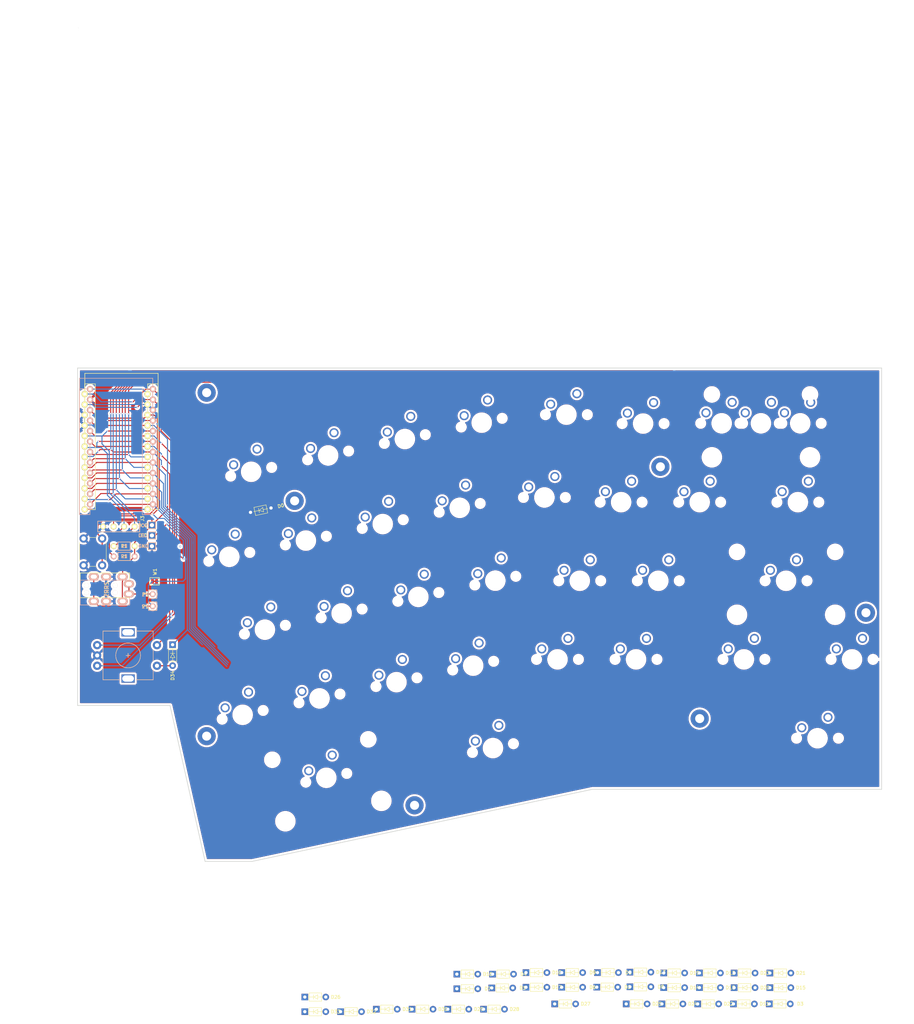
<source format=kicad_pcb>
(kicad_pcb (version 20171130) (host pcbnew "(5.1.6)-1")
  (layers (0 F.Cu signal) (31 B.Cu signal) (34 B.Paste user) (35 F.Paste user) (36 B.SilkS user) (37 F.SilkS user) (38 B.Mask user) (39 F.Mask user) (44 Edge.Cuts user))
  (net 0 "")
  (net 1 row0)
  (net 2 "Net-(D0-Pad2)")
  (net 3 "Net-(D1-Pad2)")
  (net 4 "Net-(D2-Pad2)")
  (net 5 "Net-(D3-Pad2)")
  (net 6 "Net-(D4-Pad2)")
  (net 7 "Net-(D5-Pad2)")
  (net 8 "Net-(D6-Pad2)")
  (net 9 "Net-(D7-Pad2)")
  (net 10 row1)
  (net 11 "Net-(D8-Pad2)")
  (net 12 "Net-(D9-Pad2)")
  (net 13 "Net-(D10-Pad2)")
  (net 14 "Net-(D11-Pad2)")
  (net 15 "Net-(D12-Pad2)")
  (net 16 "Net-(D13-Pad2)")
  (net 17 row2)
  (net 18 "Net-(D14-Pad2)")
  (net 19 "Net-(D15-Pad2)")
  (net 20 "Net-(D16-Pad2)")
  (net 21 "Net-(D17-Pad2)")
  (net 22 "Net-(D18-Pad2)")
  (net 23 "Net-(D19-Pad2)")
  (net 24 "Net-(D20-Pad2)")
  (net 25 row3)
  (net 26 "Net-(D21-Pad2)")
  (net 27 "Net-(D22-Pad2)")
  (net 28 "Net-(D23-Pad2)")
  (net 29 "Net-(D24-Pad2)")
  (net 30 "Net-(D25-Pad2)")
  (net 31 "Net-(D26-Pad2)")
  (net 32 "Net-(D27-Pad2)")
  (net 33 "Net-(D28-Pad2)")
  (net 34 row4)
  (net 35 "Net-(D29-Pad2)")
  (net 36 "Net-(D30-Pad2)")
  (net 37 "Net-(D31-Pad2)")
  (net 38 "Net-(D32-Pad2)")
  (net 39 "Net-(D33-Pad2)")
  (net 40 SW34B)
  (net 41 GND)
  (net 42 LED)
  (net 43 VCC)
  (net 44 /i2c_c)
  (net 45 /i2c_d)
  (net 46 SCL)
  (net 47 SDA)
  (net 48 RESET)
  (net 49 SW34A)
  (net 50 col5)
  (net 51 col4)
  (net 52 col3)
  (net 53 col2)
  (net 54 col1)
  (net 55 col0)
  (net 56 ENCA)
  (net 57 ENCB)
  (net 58 DATA)
  (net 59 "Net-(U1-Pad24)")
  (module cftkb:SW_PUSH_6mm (layer F.Cu) (at 50.927 92.0115 90)
    (fp_text reference RSW1)
    (fp_text value SW_RST)
    (pad 1 thru_hole circle (at 6.5 0 180) (size 2 2) (drill 1.1) (layers *.Cu *.Mask) (net 41 GND))
    (pad 2 thru_hole circle (at 6.5 4.5 180) (size 2 2) (drill 1.1) (layers *.Cu *.Mask) (net 48 RESET))
    (pad 1 thru_hole circle (at 0 0 180) (size 2 2) (drill 1.1) (layers *.Cu *.Mask) (net 41 GND))
    (pad 2 thru_hole circle (at 0 4.5 180) (size 2 2) (drill 1.1) (layers *.Cu *.Mask) (net 48 RESET))
  )
  (module cftkb:MountingHole_2.2mm_M2_Pad (layer F.Cu) (at 131.191 150.1775 180)
    (fp_text reference TH7)
    (fp_text value HOLE)
    (pad 1 thru_hole circle (at 0 0 180) (size 4.4 4.4) (drill 2.2) (layers *.Cu *.Mask))
  )
  (module cftkb:MountingHole_2.2mm_M2_Pad (layer F.Cu) (at 102.108 76.3905 180)
    (fp_text reference TH6)
    (fp_text value HOLE)
    (pad 1 thru_hole circle (at 0 0 180) (size 4.4 4.4) (drill 2.2) (layers *.Cu *.Mask))
  )
  (module cftkb:MountingHole_2.2mm_M2_Pad (layer F.Cu) (at 80.772006 133.4135 180)
    (fp_text reference TH5)
    (fp_text value HOLE)
    (pad 1 thru_hole circle (at 0 0 180) (size 4.4 4.4) (drill 2.2) (layers *.Cu *.Mask))
  )
  (module cftkb:MountingHole_2.2mm_M2_Pad (layer F.Cu) (at 190.8175 68.1355 180)
    (fp_text reference TH3)
    (fp_text value HOLE)
    (pad 1 thru_hole circle (at 0 0 180) (size 4.4 4.4) (drill 2.2) (layers *.Cu *.Mask))
  )
  (module cftkb:MountingHole_2.2mm_M2_Pad (layer F.Cu) (at 200.342504 129.158999 180)
    (fp_text reference TH4)
    (fp_text value HOLE)
    (pad 1 thru_hole circle (at 0 0 180) (size 4.4 4.4) (drill 2.2) (layers *.Cu *.Mask))
  )
  (module cftkb:MountingHole_2.2mm_M2_Pad (layer F.Cu) (at 80.772 50.165002 180)
    (fp_text reference TH1)
    (fp_text value HOLE)
    (pad 1 thru_hole circle (at 0 0 180) (size 4.4 4.4) (drill 2.2) (layers *.Cu *.Mask))
  )
  (module cftkb:MountingHole_2.2mm_M2_Pad (layer F.Cu) (at 240.665 103.505 180)
    (fp_text reference TH2)
    (fp_text value HOLE)
    (pad 1 thru_hole circle (at 0 0 180) (size 4.4 4.4) (drill 2.2) (layers *.Cu *.Mask))
  )
  (module SofleKeyboard-footprint:LED (layer F.Cu) (at 67.500501 82.272501)
    (fp_text reference J1 hide)
    (fp_text value LED hide)
    (fp_text user VCC (at -2.2 0.1) (layer B.SilkS) (effects (font (size 0.8 0.8)) (justify mirror)))
    (fp_text user VCC (at -2.2 0.1) (layer F.SilkS) (effects (font (size 0.8 0.8))))
    (fp_text user GND (at -2.1 5.1) (layer F.SilkS) (effects (font (size 0.8 0.8))))
    (fp_text user LED (at -2.2 2.5) (layer B.SilkS) (effects (font (size 0.8 0.8)) (justify mirror)))
    (fp_text user LED (at -2.2 2.5 -180) (layer F.SilkS) (effects (font (size 0.8 0.8))))
    (fp_text user GND (at -2.1 5.1) (layer B.SilkS) (effects (font (size 0.8 0.8)) (justify mirror)))
    (pad 3 thru_hole rect (at 0 5.1) (size 1.524 1.524) (drill 1) (layers *.Cu *.Mask) (net 41 GND))
    (pad 2 thru_hole rect (at 0 2.5) (size 1.524 1.524) (drill 1) (layers *.Cu *.Mask) (net 42 LED))
    (pad 1 thru_hole rect (at 0 0 90) (size 1.524 1.524) (drill 1) (layers *.Cu *.Mask) (net 43 VCC))
  )
  (module SofleKeyboard-footprint:RESISTOR_mini (layer B.Cu) (at 60.769501 89.852502 180)
    (fp_text reference R2 (at 0 0) (layer B.SilkS) (effects (font (size 0.8 0.8)) (justify mirror)))
    (fp_text value R hide)
    (fp_text user R1 (at 0 0) (layer F.SilkS) (effects (font (size 0.8 0.8))))
    (pad 2 thru_hole circle (at 2.54 0 180) (size 1.397 1.397) (drill 0.8128) (layers *.Cu *.Mask B.SilkS) (net 46 SCL))
    (pad 1 thru_hole circle (at -2.54 0 180) (size 1.397 1.397) (drill 0.8128) (layers *.Cu *.Mask B.SilkS) (net 43 VCC))
  )
  (module SofleKeyboard-footprint:RESISTOR_mini (layer F.Cu) (at 60.769504 87.353757 180)
    (fp_text reference R1 (at 0 0) (layer F.SilkS) (effects (font (size 0.8 0.8))))
    (fp_text value R hide)
    (fp_text user R1 (at 0 0) (layer B.SilkS) (effects (font (size 0.8 0.8)) (justify mirror)))
    (pad 1 thru_hole circle (at -2.54 0 180) (size 1.397 1.397) (drill 0.8128) (layers *.Cu *.Mask F.SilkS) (net 43 VCC))
    (pad 2 thru_hole circle (at 2.54 0 180) (size 1.397 1.397) (drill 0.8128) (layers *.Cu *.Mask F.SilkS) (net 47 SDA))
  )
  (module SofleKeyboard-footprint:OLED_4Pin (layer F.Cu) (at 63.27591 82.613501 180)
    (fp_text reference J3 (at -1.915 1.93 90) (layer F.SilkS) (effects (font (size 0.8128 0.8128))))
    (fp_text value OLED hide)
    (pad 4 thru_hole circle (at 7.62 0 180) (size 1.397 1.397) (drill 0.8128) (layers *.Cu *.Mask F.SilkS) (net 41 GND))
    (pad 3 thru_hole circle (at 5.08 0 180) (size 1.397 1.397) (drill 0.8128) (layers *.Cu *.Mask F.SilkS) (net 43 VCC))
    (pad 2 thru_hole circle (at 2.54 0 180) (size 1.397 1.397) (drill 0.8128) (layers *.Cu *.Mask F.SilkS) (net 46 SCL))
    (pad 1 thru_hole circle (at 0 0 180) (size 1.397 1.397) (drill 0.8128) (layers *.Cu *.Mask F.SilkS) (net 47 SDA))
  )
  (module SofleKeyboard-footprint:MJ-4PP-9 (layer B.Cu) (at 50.1015 98.6155 270)
    (fp_text reference J2)
    (fp_text value 4PIN hide)
    (fp_text user TRRS (at -0.8255 -6.4135 270) (layer F.SilkS))
    (fp_text user TRRS (at -0.75 -6.45 270) (layer B.SilkS) (effects (justify mirror)))
    (pad "" np_thru_hole circle (at -1.75 -8.5 270) (size 1.2 1.2) (drill 1.2) (layers *.Cu *.Mask B.SilkS))
    (pad "" np_thru_hole circle (at -1.75 -1.5 270) (size 1.2 1.2) (drill 1.2) (layers *.Cu *.Mask B.SilkS))
    (pad 1 thru_hole oval (at -3.85 -10.3 270) (size 1.7 2.5) (drill oval 1 1.5) (layers *.Cu *.Mask B.SilkS) (net 43 VCC) (clearance 0.15))
    (pad 4 thru_hole oval (at 0.35 -11.8 270) (size 1.7 2.5) (drill oval 1 1.5) (layers *.Cu *.Mask B.SilkS) (net 44 /i2c_c) (clearance 0.15))
    (pad 3 thru_hole oval (at -3.85 -3.3 270) (size 1.7 2.5) (drill oval 1 1.5) (layers *.Cu *.Mask B.SilkS) (net 45 /i2c_d))
    (pad 2 thru_hole oval (at -3.85 -6.3 270) (size 1.7 2.5) (drill oval 1 1.5) (layers *.Cu *.Mask B.SilkS) (net 41 GND))
    (pad "" np_thru_hole circle (at 0 -1.5 270) (size 1.2 1.2) (drill 1.2) (layers *.Cu *.Mask B.SilkS))
    (pad "" np_thru_hole circle (at 0 -8.5 270) (size 1.2 1.2) (drill 1.2) (layers *.Cu *.Mask B.SilkS))
    (pad 3 thru_hole oval (at 2.1 -3.3 270) (size 1.7 2.5) (drill oval 1 1.5) (layers *.Cu *.Mask B.SilkS) (net 45 /i2c_d))
    (pad 2 thru_hole oval (at 2.1 -6.3 270) (size 1.7 2.5) (drill oval 1 1.5) (layers *.Cu *.Mask B.SilkS) (net 41 GND))
    (pad 1 thru_hole oval (at 2.1 -10.3 270) (size 1.7 2.5) (drill oval 1 1.5) (layers *.Cu *.Mask B.SilkS) (net 43 VCC) (clearance 0.15))
    (pad 4 thru_hole oval (at -2.1 -11.8 270) (size 1.7 2.5) (drill oval 1 1.5) (layers *.Cu *.Mask B.SilkS) (net 44 /i2c_c) (clearance 0.15))
  )
  (module SofleKeyboard-footprint:1pin_conn (layer B.Cu) (at 67.691003 101.9175 180)
    (fp_text reference P2 (at 1.9 -0.1) (layer B.SilkS) (effects (font (size 0.8128 0.8128)) (justify mirror)))
    (fp_text value i2c_pin hide)
    (fp_text user P1 (at 1.8 -0.1) (layer F.SilkS) (effects (font (size 0.8128 0.8128))))
    (pad 1 thru_hole circle (at 0 0 180) (size 1.397 1.397) (drill 0.8128) (layers *.Cu *.Mask B.SilkS) (net 45 /i2c_d))
  )
  (module SofleKeyboard-footprint:1pin_conn (layer B.Cu) (at 67.691001 98.996492 180)
    (fp_text reference P1 (at 1.9 -0.1) (layer B.SilkS) (effects (font (size 0.8128 0.8128)) (justify mirror)))
    (fp_text value i2c_pin hide)
    (fp_text user P1 (at 1.8 -0.1) (layer F.SilkS) (effects (font (size 0.8128 0.8128))))
    (pad 1 thru_hole circle (at 0 0 180) (size 1.397 1.397) (drill 0.8128) (layers *.Cu *.Mask B.SilkS) (net 44 /i2c_c))
  )
  (module SofleKeyboard-footprint:jumper_data (layer F.Cu) (at 68.135502 95.885001 180)
    (fp_text reference W1 (at -0.1 2.3 270) (layer F.SilkS) (effects (font (size 0.8128 0.8128) (thickness 0.1524))))
    (fp_text value jumper hide)
    (fp_poly (pts (xy -0.2 -0.15) (xy 0.2 -0.15) (xy 0.2 0.15) (xy -0.2 0.15)) (layer F.Cu) (width 0.1))
    (pad 1 smd rect (at -0.50038 0 180) (size 0.635 1.143) (layers F.Cu F.Paste F.Mask) (net 58 DATA) (clearance 0.1905))
    (pad 2 smd rect (at 0.50038 0 180) (size 0.635 1.143) (layers F.Cu F.Paste F.Mask) (net 45 /i2c_d) (clearance 0.1905))
  )
  (module SofleKeyboard-footprint:ProMicro (layer B.Cu) (at 58.915318 64.071505 180)
    (fp_text reference U1 hide)
    (fp_text value ProMicro hide)
    (pad 22 thru_hole circle (at -7.521185 8.494255) (size 1.524 1.524) (drill 0.8128) (layers *.Cu *.Mask F.SilkS) (net 48 RESET))
    (pad 10 thru_hole circle (at 7.718815 -9.285745) (size 1.524 1.524) (drill 0.8128) (layers *.Cu *.Mask F.SilkS) (net 17 row2))
    (pad 18 thru_hole circle (at -7.521185 -1.665745) (size 1.524 1.524) (drill 0.8128) (layers *.Cu *.Mask F.SilkS) (net 55 col0))
    (pad 6 thru_hole circle (at 7.718815 0.874255) (size 1.524 1.524) (drill 0.8128) (layers *.Cu *.Mask F.SilkS) (net 46 SCL))
    (pad 4 thru_hole circle (at 7.718815 5.954255) (size 1.524 1.524) (drill 0.8128) (layers *.Cu *.Mask F.SilkS) (net 41 GND))
    (pad 14 thru_hole circle (at -7.521185 -11.825745) (size 1.524 1.524) (drill 0.8128) (layers *.Cu *.Mask F.SilkS) (net 51 col4))
    (pad 3 thru_hole circle (at 7.718815 8.494255) (size 1.524 1.524) (drill 0.8128) (layers *.Cu *.Mask F.SilkS) (net 41 GND))
    (pad 1 thru_hole circle (at 7.718815 13.574255) (size 1.524 1.524) (drill 0.8128) (layers *.Cu *.Mask F.SilkS) (net 42 LED))
    (pad 16 thru_hole circle (at -7.521185 -6.745745) (size 1.524 1.524) (drill 0.8128) (layers *.Cu *.Mask F.SilkS) (net 53 col2))
    (pad 12 thru_hole circle (at 7.718815 -14.365745) (size 1.524 1.524) (drill 0.8128) (layers *.Cu *.Mask F.SilkS) (net 34 row4))
    (pad 19 thru_hole circle (at -7.521185 0.874255) (size 1.524 1.524) (drill 0.8128) (layers *.Cu *.Mask F.SilkS) (net 57 ENCB))
    (pad 23 thru_hole circle (at -7.521185 11.034255) (size 1.524 1.524) (drill 0.8128) (layers *.Cu *.Mask F.SilkS) (net 41 GND))
    (pad 21 thru_hole circle (at -7.521185 5.954255) (size 1.524 1.524) (drill 0.8128) (layers *.Cu *.Mask F.SilkS) (net 43 VCC))
    (pad 20 thru_hole circle (at -7.521185 3.414255) (size 1.524 1.524) (drill 0.8128) (layers *.Cu *.Mask F.SilkS) (net 56 ENCA))
    (pad 15 thru_hole circle (at -7.521185 -9.285745) (size 1.524 1.524) (drill 0.8128) (layers *.Cu *.Mask F.SilkS) (net 52 col3))
    (pad 17 thru_hole circle (at -7.521185 -4.205745) (size 1.524 1.524) (drill 0.8128) (layers *.Cu *.Mask F.SilkS) (net 54 col1))
    (pad 9 thru_hole circle (at 7.718815 -6.745745) (size 1.524 1.524) (drill 0.8128) (layers *.Cu *.Mask F.SilkS) (net 10 row1))
    (pad 8 thru_hole circle (at 7.718815 -4.205745) (size 1.524 1.524) (drill 0.8128) (layers *.Cu *.Mask F.SilkS) (net 1 row0))
    (pad 13 thru_hole circle (at -7.521185 -14.365745) (size 1.524 1.524) (drill 0.8128) (layers *.Cu *.Mask F.SilkS) (net 50 col5))
    (pad 11 thru_hole circle (at 7.718815 -11.825745) (size 1.524 1.524) (drill 0.8128) (layers *.Cu *.Mask F.SilkS) (net 25 row3))
    (pad 2 thru_hole circle (at 7.718815 11.034255) (size 1.524 1.524) (drill 0.8128) (layers *.Cu *.Mask F.SilkS) (net 58 DATA))
    (pad 24 thru_hole circle (at -7.521185 13.574255) (size 1.524 1.524) (drill 0.8128) (layers *.Cu *.Mask F.SilkS) (net 59 "Net-(U1-Pad24)"))
    (pad 7 thru_hole circle (at 7.718815 -1.665745) (size 1.524 1.524) (drill 0.8128) (layers *.Cu *.Mask F.SilkS) (net 49 SW34A))
    (pad 5 thru_hole circle (at 7.718815 3.414255) (size 1.524 1.524) (drill 0.8128) (layers *.Cu *.Mask F.SilkS) (net 47 SDA))
    (pad 1 thru_hole circle (at -8.82 14.77 180) (size 1.524 1.524) (drill 0.8128) (layers *.Cu *.Mask B.SilkS) (net 42 LED))
    (pad 2 thru_hole circle (at -8.82 12.23 180) (size 1.524 1.524) (drill 0.8128) (layers *.Cu *.Mask B.SilkS) (net 58 DATA))
    (pad 3 thru_hole circle (at -8.82 9.69 180) (size 1.524 1.524) (drill 0.8128) (layers *.Cu *.Mask B.SilkS) (net 41 GND))
    (pad 4 thru_hole circle (at -8.82 7.15 180) (size 1.524 1.524) (drill 0.8128) (layers *.Cu *.Mask B.SilkS) (net 41 GND))
    (pad 5 thru_hole circle (at -8.82 4.61 180) (size 1.524 1.524) (drill 0.8128) (layers *.Cu *.Mask B.SilkS) (net 47 SDA))
    (pad 6 thru_hole circle (at -8.82 2.07 180) (size 1.524 1.524) (drill 0.8128) (layers *.Cu *.Mask B.SilkS) (net 46 SCL))
    (pad 7 thru_hole circle (at -8.82 -0.47 180) (size 1.524 1.524) (drill 0.8128) (layers *.Cu *.Mask B.SilkS) (net 49 SW34A))
    (pad 8 thru_hole circle (at -8.82 -3.01 180) (size 1.524 1.524) (drill 0.8128) (layers *.Cu *.Mask B.SilkS) (net 1 row0))
    (pad 9 thru_hole circle (at -8.82 -5.55 180) (size 1.524 1.524) (drill 0.8128) (layers *.Cu *.Mask B.SilkS) (net 10 row1))
    (pad 10 thru_hole circle (at -8.82 -8.09 180) (size 1.524 1.524) (drill 0.8128) (layers *.Cu *.Mask B.SilkS) (net 17 row2))
    (pad 11 thru_hole circle (at -8.82 -10.63 180) (size 1.524 1.524) (drill 0.8128) (layers *.Cu *.Mask B.SilkS) (net 25 row3))
    (pad 12 thru_hole circle (at -8.82 -13.17 180) (size 1.524 1.524) (drill 0.8128) (layers *.Cu *.Mask B.SilkS) (net 34 row4))
    (pad 13 thru_hole circle (at 6.42 -13.17 180) (size 1.524 1.524) (drill 0.8128) (layers *.Cu *.Mask B.SilkS) (net 50 col5))
    (pad 14 thru_hole circle (at 6.42 -10.63 180) (size 1.524 1.524) (drill 0.8128) (layers *.Cu *.Mask B.SilkS) (net 51 col4))
    (pad 15 thru_hole circle (at 6.42 -8.09 180) (size 1.524 1.524) (drill 0.8128) (layers *.Cu *.Mask B.SilkS) (net 52 col3))
    (pad 16 thru_hole circle (at 6.42 -5.55 180) (size 1.524 1.524) (drill 0.8128) (layers *.Cu *.Mask B.SilkS) (net 53 col2))
    (pad 17 thru_hole circle (at 6.42 -3.01 180) (size 1.524 1.524) (drill 0.8128) (layers *.Cu *.Mask B.SilkS) (net 54 col1))
    (pad 18 thru_hole circle (at 6.42 -0.47 180) (size 1.524 1.524) (drill 0.8128) (layers *.Cu *.Mask B.SilkS) (net 55 col0))
    (pad 19 thru_hole circle (at 6.42 2.07 180) (size 1.524 1.524) (drill 0.8128) (layers *.Cu *.Mask B.SilkS) (net 57 ENCB))
    (pad 20 thru_hole circle (at 6.42 4.61 180) (size 1.524 1.524) (drill 0.8128) (layers *.Cu *.Mask B.SilkS) (net 56 ENCA))
    (pad 21 thru_hole circle (at 6.42 7.15 180) (size 1.524 1.524) (drill 0.8128) (layers *.Cu *.Mask B.SilkS) (net 43 VCC))
    (pad 22 thru_hole circle (at 6.42 9.69 180) (size 1.524 1.524) (drill 0.8128) (layers *.Cu *.Mask B.SilkS) (net 48 RESET))
    (pad 23 thru_hole circle (at 6.42 12.23 180) (size 1.524 1.524) (drill 0.8128) (layers *.Cu *.Mask B.SilkS) (net 41 GND))
    (pad 24 thru_hole circle (at 6.42 14.77 180) (size 1.524 1.524) (drill 0.8128) (layers *.Cu *.Mask B.SilkS) (net 59 "Net-(U1-Pad24)"))
  )
  (module SofleKeyboard-footprint:RotaryEncoder_Alps_EC11E-Switch_Vertical_H20mm-keebio_modified (layer B.Cu) (at 61.721999 113.855499)
    (fp_text reference SW34 hide)
    (fp_text value Rotary_Encoder_Switch)
    (pad A thru_hole circle (at -7.5 2.5) (size 2 2) (drill 1) (layers *.Cu *.Mask) (net 56 ENCA))
    (pad C thru_hole circle (at -7.5 0) (size 2 2) (drill 1) (layers *.Cu *.Mask) (net 41 GND))
    (pad B thru_hole circle (at -7.5 -2.5) (size 2 2) (drill 1) (layers *.Cu *.Mask) (net 57 ENCB))
    (pad MP thru_hole rect (at 0 5.6) (size 3.2 2) (drill oval 2.8 1.5) (layers *.Cu *.Mask))
    (pad MP thru_hole rect (at 0 -5.6) (size 3.2 2) (drill oval 2.8 1.5) (layers *.Cu *.Mask))
    (pad S2 thru_hole circle (at 7 2.5) (size 2 2) (drill 1) (layers *.Cu *.Mask) (net 40 SW34B))
    (pad S1 thru_hole circle (at 7 -2.5) (size 2 2) (drill 1) (layers *.Cu *.Mask) (net 49 SW34A))
  )
  (module cftkb:D_DO-35_SOD27_P5.08mm_Horizontal (layer F.Cu) (at 90.17 79.4385 12)
    (fp_text reference D0 (at 8.77 0 12) (layer F.SilkS) (effects (font (size 0.8 0.8))))
    (fp_text value D)
    (pad 1 thru_hole rect (at 1.27 0 12) (size 1.6 1.6) (drill 0.8) (layers *.Cu *.Mask) (net 1 row0))
    (pad 2 thru_hole oval (at 6.35 0 12) (size 1.6 1.6) (drill 0.8) (layers *.Cu *.Mask) (net 2 "Net-(D0-Pad2)"))
  )
  (module cftkb:D_DO-35_SOD27_P5.08mm_Horizontal (layer F.Cu) (at 148.6535 194.437)
    (fp_text reference D1 (at 8.77 0) (layer F.SilkS) (effects (font (size 0.8 0.8))))
    (fp_text value D)
    (pad 2 thru_hole oval (at 6.35 0) (size 1.6 1.6) (drill 0.8) (layers *.Cu *.Mask) (net 3 "Net-(D1-Pad2)"))
    (pad 1 thru_hole rect (at 1.27 0) (size 1.6 1.6) (drill 0.8) (layers *.Cu *.Mask) (net 1 row0))
  )
  (module cftkb:D_DO-35_SOD27_P5.08mm_Horizontal (layer F.Cu) (at 174.117 194.2465)
    (fp_text reference D2 (at 8.77 0) (layer F.SilkS) (effects (font (size 0.8 0.8))))
    (fp_text value D)
    (pad 2 thru_hole oval (at 6.35 0) (size 1.6 1.6) (drill 0.8) (layers *.Cu *.Mask) (net 4 "Net-(D2-Pad2)"))
    (pad 1 thru_hole rect (at 1.27 0) (size 1.6 1.6) (drill 0.8) (layers *.Cu *.Mask) (net 1 row0))
  )
  (module cftkb:D_DO-35_SOD27_P5.08mm_Horizontal (layer F.Cu) (at 215.9635 198.3105)
    (fp_text reference D3 (at 8.77 0) (layer F.SilkS) (effects (font (size 0.8 0.8))))
    (fp_text value D)
    (pad 1 thru_hole rect (at 1.27 0) (size 1.6 1.6) (drill 0.8) (layers *.Cu *.Mask) (net 1 row0))
    (pad 2 thru_hole oval (at 6.35 0) (size 1.6 1.6) (drill 0.8) (layers *.Cu *.Mask) (net 5 "Net-(D3-Pad2)"))
  )
  (module cftkb:D_DO-35_SOD27_P5.08mm_Horizontal (layer F.Cu) (at 148.8525 191.092501)
    (fp_text reference D4 (at 8.77 0) (layer F.SilkS) (effects (font (size 0.8 0.8))))
    (fp_text value D)
    (pad 2 thru_hole oval (at 6.35 0) (size 1.6 1.6) (drill 0.8) (layers *.Cu *.Mask) (net 6 "Net-(D4-Pad2)"))
    (pad 1 thru_hole rect (at 1.27 0) (size 1.6 1.6) (drill 0.8) (layers *.Cu *.Mask) (net 1 row0))
  )
  (module cftkb:D_DO-35_SOD27_P5.08mm_Horizontal (layer F.Cu) (at 174.2865 190.723501)
    (fp_text reference D5 (at 8.77 0) (layer F.SilkS) (effects (font (size 0.8 0.8))))
    (fp_text value D)
    (pad 1 thru_hole rect (at 1.27 0) (size 1.6 1.6) (drill 0.8) (layers *.Cu *.Mask) (net 1 row0))
    (pad 2 thru_hole oval (at 6.35 0) (size 1.6 1.6) (drill 0.8) (layers *.Cu *.Mask) (net 7 "Net-(D5-Pad2)"))
  )
  (module cftkb:D_DO-35_SOD27_P5.08mm_Horizontal (layer F.Cu) (at 165.6165 194.273501)
    (fp_text reference D6 (at 8.77 0) (layer F.SilkS) (effects (font (size 0.8 0.8))))
    (fp_text value D)
    (pad 2 thru_hole oval (at 6.35 0) (size 1.6 1.6) (drill 0.8) (layers *.Cu *.Mask) (net 8 "Net-(D6-Pad2)"))
    (pad 1 thru_hole rect (at 1.27 0) (size 1.6 1.6) (drill 0.8) (layers *.Cu *.Mask) (net 1 row0))
  )
  (module cftkb:D_DO-35_SOD27_P5.08mm_Horizontal (layer F.Cu) (at 140.1825 194.642501)
    (fp_text reference D7 (at 8.77 0) (layer F.SilkS) (effects (font (size 0.8 0.8))))
    (fp_text value D)
    (pad 2 thru_hole oval (at 6.35 0) (size 1.6 1.6) (drill 0.8) (layers *.Cu *.Mask) (net 9 "Net-(D7-Pad2)"))
    (pad 1 thru_hole rect (at 1.27 0) (size 1.6 1.6) (drill 0.8) (layers *.Cu *.Mask) (net 10 row1))
  )
  (module cftkb:D_DO-35_SOD27_P5.08mm_Horizontal (layer F.Cu) (at 182.1555 194.165001)
    (fp_text reference D8 (at 8.77 0) (layer F.SilkS) (effects (font (size 0.8 0.8))))
    (fp_text value D)
    (pad 1 thru_hole rect (at 1.27 0) (size 1.6 1.6) (drill 0.8) (layers *.Cu *.Mask) (net 10 row1))
    (pad 2 thru_hole oval (at 6.35 0) (size 1.6 1.6) (drill 0.8) (layers *.Cu *.Mask) (net 11 "Net-(D8-Pad2)"))
  )
  (module cftkb:D_DO-35_SOD27_P5.08mm_Horizontal (layer F.Cu) (at 165.6165 190.723501)
    (fp_text reference D9 (at 8.77 0) (layer F.SilkS) (effects (font (size 0.8 0.8))))
    (fp_text value D)
    (pad 1 thru_hole rect (at 1.27 0) (size 1.6 1.6) (drill 0.8) (layers *.Cu *.Mask) (net 10 row1))
    (pad 2 thru_hole oval (at 6.35 0) (size 1.6 1.6) (drill 0.8) (layers *.Cu *.Mask) (net 12 "Net-(D9-Pad2)"))
  )
  (module cftkb:D_DO-35_SOD27_P5.08mm_Horizontal (layer F.Cu) (at 156.9465 190.723501)
    (fp_text reference D10 (at 8.77 0) (layer F.SilkS) (effects (font (size 0.8 0.8))))
    (fp_text value D)
    (pad 2 thru_hole oval (at 6.35 0) (size 1.6 1.6) (drill 0.8) (layers *.Cu *.Mask) (net 13 "Net-(D10-Pad2)"))
    (pad 1 thru_hole rect (at 1.27 0) (size 1.6 1.6) (drill 0.8) (layers *.Cu *.Mask) (net 10 row1))
  )
  (module cftkb:D_DO-35_SOD27_P5.08mm_Horizontal (layer F.Cu) (at 207.2605 198.316001)
    (fp_text reference D11 (at 8.77 0) (layer F.SilkS) (effects (font (size 0.8 0.8))))
    (fp_text value D)
    (pad 1 thru_hole rect (at 1.27 0) (size 1.6 1.6) (drill 0.8) (layers *.Cu *.Mask) (net 10 row1))
    (pad 2 thru_hole oval (at 6.35 0) (size 1.6 1.6) (drill 0.8) (layers *.Cu *.Mask) (net 14 "Net-(D11-Pad2)"))
  )
  (module cftkb:D_DO-35_SOD27_P5.08mm_Horizontal (layer F.Cu) (at 199.017 190.817501)
    (fp_text reference D12 (at 8.77 0) (layer F.SilkS) (effects (font (size 0.8 0.8))))
    (fp_text value D)
    (pad 2 thru_hole oval (at 6.35 0) (size 1.6 1.6) (drill 0.8) (layers *.Cu *.Mask) (net 15 "Net-(D12-Pad2)"))
    (pad 1 thru_hole rect (at 1.27 0) (size 1.6 1.6) (drill 0.8) (layers *.Cu *.Mask) (net 10 row1))
  )
  (module cftkb:D_DO-35_SOD27_P5.08mm_Horizontal (layer F.Cu) (at 182.1555 190.615001)
    (fp_text reference D13 (at 8.77 0) (layer F.SilkS) (effects (font (size 0.8 0.8))))
    (fp_text value D)
    (pad 1 thru_hole rect (at 1.27 0) (size 1.6 1.6) (drill 0.8) (layers *.Cu *.Mask) (net 10 row1))
    (pad 2 thru_hole oval (at 6.35 0) (size 1.6 1.6) (drill 0.8) (layers *.Cu *.Mask) (net 16 "Net-(D13-Pad2)"))
  )
  (module cftkb:D_DO-35_SOD27_P5.08mm_Horizontal (layer F.Cu) (at 190.347 194.367501)
    (fp_text reference D14 (at 8.77 0) (layer F.SilkS) (effects (font (size 0.8 0.8))))
    (fp_text value D)
    (pad 1 thru_hole rect (at 1.27 0) (size 1.6 1.6) (drill 0.8) (layers *.Cu *.Mask) (net 17 row2))
    (pad 2 thru_hole oval (at 6.35 0) (size 1.6 1.6) (drill 0.8) (layers *.Cu *.Mask) (net 18 "Net-(D14-Pad2)"))
  )
  (module cftkb:D_DO-35_SOD27_P5.08mm_Horizontal (layer F.Cu) (at 216.0985 194.379501)
    (fp_text reference D15 (at 8.77 0) (layer F.SilkS) (effects (font (size 0.8 0.8))))
    (fp_text value D)
    (pad 2 thru_hole oval (at 6.35 0) (size 1.6 1.6) (drill 0.8) (layers *.Cu *.Mask) (net 19 "Net-(D15-Pad2)"))
    (pad 1 thru_hole rect (at 1.27 0) (size 1.6 1.6) (drill 0.8) (layers *.Cu *.Mask) (net 17 row2))
  )
  (module cftkb:D_DO-35_SOD27_P5.08mm_Horizontal (layer F.Cu) (at 140.1825 191.092501)
    (fp_text reference D16 (at 8.77 0) (layer F.SilkS) (effects (font (size 0.8 0.8))))
    (fp_text value D)
    (pad 1 thru_hole rect (at 1.27 0) (size 1.6 1.6) (drill 0.8) (layers *.Cu *.Mask) (net 17 row2))
    (pad 2 thru_hole oval (at 6.35 0) (size 1.6 1.6) (drill 0.8) (layers *.Cu *.Mask) (net 20 "Net-(D16-Pad2)"))
  )
  (module cftkb:D_DO-35_SOD27_P5.08mm_Horizontal (layer F.Cu) (at 156.9465 194.273501)
    (fp_text reference D17 (at 8.77 0) (layer F.SilkS) (effects (font (size 0.8 0.8))))
    (fp_text value D)
    (pad 2 thru_hole oval (at 6.35 0) (size 1.6 1.6) (drill 0.8) (layers *.Cu *.Mask) (net 21 "Net-(D17-Pad2)"))
    (pad 1 thru_hole rect (at 1.27 0) (size 1.6 1.6) (drill 0.8) (layers *.Cu *.Mask) (net 17 row2))
  )
  (module cftkb:D_DO-35_SOD27_P5.08mm_Horizontal (layer F.Cu) (at 199.017 194.367501)
    (fp_text reference D18 (at 8.77 0) (layer F.SilkS) (effects (font (size 0.8 0.8))))
    (fp_text value D)
    (pad 2 thru_hole oval (at 6.35 0) (size 1.6 1.6) (drill 0.8) (layers *.Cu *.Mask) (net 22 "Net-(D18-Pad2)"))
    (pad 1 thru_hole rect (at 1.27 0) (size 1.6 1.6) (drill 0.8) (layers *.Cu *.Mask) (net 17 row2))
  )
  (module cftkb:D_DO-35_SOD27_P5.08mm_Horizontal (layer F.Cu) (at 190.347 190.817501)
    (fp_text reference D19 (at 8.77 0) (layer F.SilkS) (effects (font (size 0.8 0.8))))
    (fp_text value D)
    (pad 1 thru_hole rect (at 1.27 0) (size 1.6 1.6) (drill 0.8) (layers *.Cu *.Mask) (net 17 row2))
    (pad 2 thru_hole oval (at 6.35 0) (size 1.6 1.6) (drill 0.8) (layers *.Cu *.Mask) (net 23 "Net-(D19-Pad2)"))
  )
  (module cftkb:D_DO-35_SOD27_P5.08mm_Horizontal (layer F.Cu) (at 207.4285 194.379501)
    (fp_text reference D20 (at 8.77 0) (layer F.SilkS) (effects (font (size 0.8 0.8))))
    (fp_text value D)
    (pad 2 thru_hole oval (at 6.35 0) (size 1.6 1.6) (drill 0.8) (layers *.Cu *.Mask) (net 24 "Net-(D20-Pad2)"))
    (pad 1 thru_hole rect (at 1.27 0) (size 1.6 1.6) (drill 0.8) (layers *.Cu *.Mask) (net 17 row2))
  )
  (module cftkb:D_DO-35_SOD27_P5.08mm_Horizontal (layer F.Cu) (at 216.0985 190.829501)
    (fp_text reference D21 (at 8.77 0) (layer F.SilkS) (effects (font (size 0.8 0.8))))
    (fp_text value D)
    (pad 1 thru_hole rect (at 1.27 0) (size 1.6 1.6) (drill 0.8) (layers *.Cu *.Mask) (net 25 row3))
    (pad 2 thru_hole oval (at 6.35 0) (size 1.6 1.6) (drill 0.8) (layers *.Cu *.Mask) (net 26 "Net-(D21-Pad2)"))
  )
  (module cftkb:D_DO-35_SOD27_P5.08mm_Horizontal (layer F.Cu) (at 198.5905 198.316001)
    (fp_text reference D22 (at 8.77 0) (layer F.SilkS) (effects (font (size 0.8 0.8))))
    (fp_text value D)
    (pad 1 thru_hole rect (at 1.27 0) (size 1.6 1.6) (drill 0.8) (layers *.Cu *.Mask) (net 25 row3))
    (pad 2 thru_hole oval (at 6.35 0) (size 1.6 1.6) (drill 0.8) (layers *.Cu *.Mask) (net 27 "Net-(D22-Pad2)"))
  )
  (module cftkb:D_DO-35_SOD27_P5.08mm_Horizontal (layer F.Cu) (at 207.4285 190.829501)
    (fp_text reference D23 (at 8.77 0) (layer F.SilkS) (effects (font (size 0.8 0.8))))
    (fp_text value D)
    (pad 2 thru_hole oval (at 6.35 0) (size 1.6 1.6) (drill 0.8) (layers *.Cu *.Mask) (net 28 "Net-(D23-Pad2)"))
    (pad 1 thru_hole rect (at 1.27 0) (size 1.6 1.6) (drill 0.8) (layers *.Cu *.Mask) (net 25 row3))
  )
  (module cftkb:D_DO-35_SOD27_P5.08mm_Horizontal (layer F.Cu) (at 189.9205 198.316001)
    (fp_text reference D24 (at 8.77 0) (layer F.SilkS) (effects (font (size 0.8 0.8))))
    (fp_text value D)
    (pad 1 thru_hole rect (at 1.27 0) (size 1.6 1.6) (drill 0.8) (layers *.Cu *.Mask) (net 25 row3))
    (pad 2 thru_hole oval (at 6.35 0) (size 1.6 1.6) (drill 0.8) (layers *.Cu *.Mask) (net 29 "Net-(D24-Pad2)"))
  )
  (module cftkb:D_DO-35_SOD27_P5.08mm_Horizontal (layer F.Cu) (at 181.2505 198.316001)
    (fp_text reference D25 (at 8.77 0) (layer F.SilkS) (effects (font (size 0.8 0.8))))
    (fp_text value D)
    (pad 1 thru_hole rect (at 1.27 0) (size 1.6 1.6) (drill 0.8) (layers *.Cu *.Mask) (net 25 row3))
    (pad 2 thru_hole oval (at 6.35 0) (size 1.6 1.6) (drill 0.8) (layers *.Cu *.Mask) (net 30 "Net-(D25-Pad2)"))
  )
  (module cftkb:D_DO-35_SOD27_P5.08mm_Horizontal (layer F.Cu) (at 103.3105 196.646001)
    (fp_text reference D26 (at 8.77 0) (layer F.SilkS) (effects (font (size 0.8 0.8))))
    (fp_text value D)
    (pad 2 thru_hole oval (at 6.35 0) (size 1.6 1.6) (drill 0.8) (layers *.Cu *.Mask) (net 31 "Net-(D26-Pad2)"))
    (pad 1 thru_hole rect (at 1.27 0) (size 1.6 1.6) (drill 0.8) (layers *.Cu *.Mask) (net 25 row3))
  )
  (module cftkb:D_DO-35_SOD27_P5.08mm_Horizontal (layer F.Cu) (at 163.9105 198.316001)
    (fp_text reference D27 (at 8.77 0) (layer F.SilkS) (effects (font (size 0.8 0.8))))
    (fp_text value D)
    (pad 1 thru_hole rect (at 1.27 0) (size 1.6 1.6) (drill 0.8) (layers *.Cu *.Mask) (net 25 row3))
    (pad 2 thru_hole oval (at 6.35 0) (size 1.6 1.6) (drill 0.8) (layers *.Cu *.Mask) (net 32 "Net-(D27-Pad2)"))
  )
  (module cftkb:D_DO-35_SOD27_P5.08mm_Horizontal (layer F.Cu) (at 146.6605 199.596001)
    (fp_text reference D28 (at 8.77 0) (layer F.SilkS) (effects (font (size 0.8 0.8))))
    (fp_text value D)
    (pad 2 thru_hole oval (at 6.35 0) (size 1.6 1.6) (drill 0.8) (layers *.Cu *.Mask) (net 33 "Net-(D28-Pad2)"))
    (pad 1 thru_hole rect (at 1.27 0) (size 1.6 1.6) (drill 0.8) (layers *.Cu *.Mask) (net 34 row4))
  )
  (module cftkb:D_DO-35_SOD27_P5.08mm_Horizontal (layer F.Cu) (at 137.9905 199.596001)
    (fp_text reference D29 (at 8.77 0) (layer F.SilkS) (effects (font (size 0.8 0.8))))
    (fp_text value D)
    (pad 2 thru_hole oval (at 6.35 0) (size 1.6 1.6) (drill 0.8) (layers *.Cu *.Mask) (net 35 "Net-(D29-Pad2)"))
    (pad 1 thru_hole rect (at 1.27 0) (size 1.6 1.6) (drill 0.8) (layers *.Cu *.Mask) (net 34 row4))
  )
  (module cftkb:D_DO-35_SOD27_P5.08mm_Horizontal (layer F.Cu) (at 129.3205 199.596001)
    (fp_text reference D30 (at 8.77 0) (layer F.SilkS) (effects (font (size 0.8 0.8))))
    (fp_text value D)
    (pad 1 thru_hole rect (at 1.27 0) (size 1.6 1.6) (drill 0.8) (layers *.Cu *.Mask) (net 34 row4))
    (pad 2 thru_hole oval (at 6.35 0) (size 1.6 1.6) (drill 0.8) (layers *.Cu *.Mask) (net 36 "Net-(D30-Pad2)"))
  )
  (module cftkb:D_DO-35_SOD27_P5.08mm_Horizontal (layer F.Cu) (at 120.6505 199.596001)
    (fp_text reference D31 (at 8.77 0) (layer F.SilkS) (effects (font (size 0.8 0.8))))
    (fp_text value D)
    (pad 2 thru_hole oval (at 6.35 0) (size 1.6 1.6) (drill 0.8) (layers *.Cu *.Mask) (net 37 "Net-(D31-Pad2)"))
    (pad 1 thru_hole rect (at 1.27 0) (size 1.6 1.6) (drill 0.8) (layers *.Cu *.Mask) (net 34 row4))
  )
  (module cftkb:D_DO-35_SOD27_P5.08mm_Horizontal (layer F.Cu) (at 111.9805 200.196001)
    (fp_text reference D32 (at 8.77 0) (layer F.SilkS) (effects (font (size 0.8 0.8))))
    (fp_text value D)
    (pad 1 thru_hole rect (at 1.27 0) (size 1.6 1.6) (drill 0.8) (layers *.Cu *.Mask) (net 34 row4))
    (pad 2 thru_hole oval (at 6.35 0) (size 1.6 1.6) (drill 0.8) (layers *.Cu *.Mask) (net 38 "Net-(D32-Pad2)"))
  )
  (module cftkb:D_DO-35_SOD27_P5.08mm_Horizontal (layer F.Cu) (at 103.3105 200.196001)
    (fp_text reference D33 (at 8.77 0) (layer F.SilkS) (effects (font (size 0.8 0.8))))
    (fp_text value D)
    (pad 2 thru_hole oval (at 6.35 0) (size 1.6 1.6) (drill 0.8) (layers *.Cu *.Mask) (net 39 "Net-(D33-Pad2)"))
    (pad 1 thru_hole rect (at 1.27 0) (size 1.6 1.6) (drill 0.8) (layers *.Cu *.Mask) (net 34 row4))
  )
  (module cftkb:D_DO-35_SOD27_P5.08mm_Horizontal (layer F.Cu) (at 72.517 109.982 270)
    (fp_text reference D34 (at 8.77 0 90) (layer F.SilkS) (effects (font (size 0.8 0.8))))
    (fp_text value D)
    (pad 1 thru_hole rect (at 1.27 0 270) (size 1.6 1.6) (drill 0.8) (layers *.Cu *.Mask) (net 34 row4))
    (pad 2 thru_hole oval (at 6.35 0 270) (size 1.6 1.6) (drill 0.8) (layers *.Cu *.Mask) (net 40 SW34B))
  )
  (module cftkb:SW_Cherry_MX1A_1.00u_PCB-NOSCREEN (layer F.Cu) (at 92.995304 63.844914 12)
    (fp_text reference SW0)
    (fp_text value SW_PUSH)
    (pad "" np_thru_hole circle (at 2.54 5.08 12) (size 1.7 1.7) (drill 1.7) (layers *.Cu *.Mask))
    (pad "" np_thru_hole circle (at -7.62 5.08 12) (size 1.7 1.7) (drill 1.7) (layers *.Cu *.Mask))
    (pad "" np_thru_hole circle (at -2.54 5.08 12) (size 4 4) (drill 4) (layers *.Cu *.Mask))
    (pad 2 thru_hole circle (at -6.35 2.54 12) (size 2.2 2.2) (drill 1.5) (layers *.Cu *.Mask) (net 2 "Net-(D0-Pad2)"))
    (pad 1 thru_hole circle (at 0 0 12) (size 2.2 2.2) (drill 1.5) (layers *.Cu *.Mask) (net 49 SW34A))
  )
  (module cftkb:SW_Cherry_MX1A_1.00u_PCB-NOSCREEN (layer F.Cu) (at 111.664304 59.8805 12)
    (fp_text reference SW1)
    (fp_text value SW_PUSH)
    (pad 1 thru_hole circle (at 0 0 12) (size 2.2 2.2) (drill 1.5) (layers *.Cu *.Mask) (net 50 col5))
    (pad 2 thru_hole circle (at -6.35 2.54 12) (size 2.2 2.2) (drill 1.5) (layers *.Cu *.Mask) (net 3 "Net-(D1-Pad2)"))
    (pad "" np_thru_hole circle (at -2.54 5.08 12) (size 4 4) (drill 4) (layers *.Cu *.Mask))
    (pad "" np_thru_hole circle (at -7.62 5.08 12) (size 1.7 1.7) (drill 1.7) (layers *.Cu *.Mask))
    (pad "" np_thru_hole circle (at 2.54 5.08 12) (size 1.7 1.7) (drill 1.7) (layers *.Cu *.Mask))
  )
  (module cftkb:SW_Cherry_MX1A_1.00u_PCB-NOSCREEN (layer F.Cu) (at 130.269804 55.907414 12)
    (fp_text reference SW2)
    (fp_text value SW_PUSH)
    (pad 1 thru_hole circle (at 0 0 12) (size 2.2 2.2) (drill 1.5) (layers *.Cu *.Mask) (net 51 col4))
    (pad 2 thru_hole circle (at -6.35 2.54 12) (size 2.2 2.2) (drill 1.5) (layers *.Cu *.Mask) (net 4 "Net-(D2-Pad2)"))
    (pad "" np_thru_hole circle (at -2.54 5.08 12) (size 4 4) (drill 4) (layers *.Cu *.Mask))
    (pad "" np_thru_hole circle (at -7.62 5.08 12) (size 1.7 1.7) (drill 1.7) (layers *.Cu *.Mask))
    (pad "" np_thru_hole circle (at 2.54 5.08 12) (size 1.7 1.7) (drill 1.7) (layers *.Cu *.Mask))
  )
  (module cftkb:SW_Cherry_MX1A_1.00u_PCB-NOSCREEN (layer F.Cu) (at 148.9075 51.943 12)
    (fp_text reference SW3)
    (fp_text value SW_PUSH)
    (pad "" np_thru_hole circle (at 2.54 5.08 12) (size 1.7 1.7) (drill 1.7) (layers *.Cu *.Mask))
    (pad "" np_thru_hole circle (at -7.62 5.08 12) (size 1.7 1.7) (drill 1.7) (layers *.Cu *.Mask))
    (pad "" np_thru_hole circle (at -2.54 5.08 12) (size 4 4) (drill 4) (layers *.Cu *.Mask))
    (pad 2 thru_hole circle (at -6.35 2.54 12) (size 2.2 2.2) (drill 1.5) (layers *.Cu *.Mask) (net 5 "Net-(D3-Pad2)"))
    (pad 1 thru_hole circle (at 0 0 12) (size 2.2 2.2) (drill 1.5) (layers *.Cu *.Mask) (net 52 col3))
  )
  (module cftkb:SW_Cherry_MX1A_1.00u_PCB-NOSCREEN (layer F.Cu) (at 170.561 50.419)
    (fp_text reference SW4)
    (fp_text value SW_PUSH)
    (pad 1 thru_hole circle (at 0 0) (size 2.2 2.2) (drill 1.5) (layers *.Cu *.Mask) (net 53 col2))
    (pad 2 thru_hole circle (at -6.35 2.54) (size 2.2 2.2) (drill 1.5) (layers *.Cu *.Mask) (net 6 "Net-(D4-Pad2)"))
    (pad "" np_thru_hole circle (at -2.54 5.08) (size 4 4) (drill 4) (layers *.Cu *.Mask))
    (pad "" np_thru_hole circle (at -7.62 5.08) (size 1.7 1.7) (drill 1.7) (layers *.Cu *.Mask))
    (pad "" np_thru_hole circle (at 2.54 5.08) (size 1.7 1.7) (drill 1.7) (layers *.Cu *.Mask))
  )
  (module cftkb:SW_Cherry_MX1A_1.00u_PCB-NOSCREEN (layer F.Cu) (at 189.1665 52.578)
    (fp_text reference SW5)
    (fp_text value SW_PUSH)
    (pad "" np_thru_hole circle (at 2.54 5.08) (size 1.7 1.7) (drill 1.7) (layers *.Cu *.Mask))
    (pad "" np_thru_hole circle (at -7.62 5.08) (size 1.7 1.7) (drill 1.7) (layers *.Cu *.Mask))
    (pad "" np_thru_hole circle (at -2.54 5.08) (size 4 4) (drill 4) (layers *.Cu *.Mask))
    (pad 2 thru_hole circle (at -6.35 2.54) (size 2.2 2.2) (drill 1.5) (layers *.Cu *.Mask) (net 7 "Net-(D5-Pad2)"))
    (pad 1 thru_hole circle (at 0 0) (size 2.2 2.2) (drill 1.5) (layers *.Cu *.Mask) (net 54 col1))
  )
  (module cftkb:SW_Cherry_MX1A_1.00u_PCB-NOSCREEN (layer F.Cu) (at 208.2165 52.5145)
    (fp_text reference SW6)
    (fp_text value SW_PUSH)
    (pad "" np_thru_hole circle (at 2.54 5.08) (size 1.7 1.7) (drill 1.7) (layers *.Cu *.Mask))
    (pad "" np_thru_hole circle (at -7.62 5.08) (size 1.7 1.7) (drill 1.7) (layers *.Cu *.Mask))
    (pad "" np_thru_hole circle (at -2.54 5.08) (size 4 4) (drill 4) (layers *.Cu *.Mask))
    (pad 2 thru_hole circle (at -6.35 2.54) (size 2.2 2.2) (drill 1.5) (layers *.Cu *.Mask) (net 8 "Net-(D6-Pad2)"))
    (pad 1 thru_hole circle (at 0 0) (size 2.2 2.2) (drill 1.5) (layers *.Cu *.Mask) (net 55 col0))
  )
  (module cftkb:SW_Cherry_MX1A_1.00u_PCB-NOSCREEN (layer F.Cu) (at 87.6935 84.455 12)
    (fp_text reference SW7)
    (fp_text value SW_PUSH)
    (pad "" np_thru_hole circle (at 2.54 5.08 12) (size 1.7 1.7) (drill 1.7) (layers *.Cu *.Mask))
    (pad "" np_thru_hole circle (at -7.62 5.08 12) (size 1.7 1.7) (drill 1.7) (layers *.Cu *.Mask))
    (pad "" np_thru_hole circle (at -2.54 5.08 12) (size 4 4) (drill 4) (layers *.Cu *.Mask))
    (pad 2 thru_hole circle (at -6.35 2.54 12) (size 2.2 2.2) (drill 1.5) (layers *.Cu *.Mask) (net 9 "Net-(D7-Pad2)"))
    (pad 1 thru_hole circle (at 0 0 12) (size 2.2 2.2) (drill 1.5) (layers *.Cu *.Mask) (net 49 SW34A))
  )
  (module cftkb:SW_Cherry_MX1A_1.00u_PCB-NOSCREEN (layer F.Cu) (at 106.266804 80.518 12)
    (fp_text reference SW8)
    (fp_text value SW_PUSH)
    (pad 1 thru_hole circle (at 0 0 12) (size 2.2 2.2) (drill 1.5) (layers *.Cu *.Mask) (net 50 col5))
    (pad 2 thru_hole circle (at -6.35 2.54 12) (size 2.2 2.2) (drill 1.5) (layers *.Cu *.Mask) (net 11 "Net-(D8-Pad2)"))
    (pad "" np_thru_hole circle (at -2.54 5.08 12) (size 4 4) (drill 4) (layers *.Cu *.Mask))
    (pad "" np_thru_hole circle (at -7.62 5.08 12) (size 1.7 1.7) (drill 1.7) (layers *.Cu *.Mask))
    (pad "" np_thru_hole circle (at 2.54 5.08 12) (size 1.7 1.7) (drill 1.7) (layers *.Cu *.Mask))
  )
  (module cftkb:SW_Cherry_MX1A_1.00u_PCB-NOSCREEN (layer F.Cu) (at 124.9045 76.5175 12)
    (fp_text reference SW9)
    (fp_text value SW_PUSH)
    (pad "" np_thru_hole circle (at 2.54 5.08 12) (size 1.7 1.7) (drill 1.7) (layers *.Cu *.Mask))
    (pad "" np_thru_hole circle (at -7.62 5.08 12) (size 1.7 1.7) (drill 1.7) (layers *.Cu *.Mask))
    (pad "" np_thru_hole circle (at -2.54 5.08 12) (size 4 4) (drill 4) (layers *.Cu *.Mask))
    (pad 2 thru_hole circle (at -6.35 2.54 12) (size 2.2 2.2) (drill 1.5) (layers *.Cu *.Mask) (net 12 "Net-(D9-Pad2)"))
    (pad 1 thru_hole circle (at 0 0 12) (size 2.2 2.2) (drill 1.5) (layers *.Cu *.Mask) (net 51 col4))
  )
  (module cftkb:SW_Cherry_MX1A_1.00u_PCB-NOSCREEN (layer F.Cu) (at 143.5735 72.5805 12)
    (fp_text reference SW10)
    (fp_text value SW_PUSH)
    (pad 1 thru_hole circle (at 0 0 12) (size 2.2 2.2) (drill 1.5) (layers *.Cu *.Mask) (net 52 col3))
    (pad 2 thru_hole circle (at -6.35 2.54 12) (size 2.2 2.2) (drill 1.5) (layers *.Cu *.Mask) (net 13 "Net-(D10-Pad2)"))
    (pad "" np_thru_hole circle (at -2.54 5.08 12) (size 4 4) (drill 4) (layers *.Cu *.Mask))
    (pad "" np_thru_hole circle (at -7.62 5.08 12) (size 1.7 1.7) (drill 1.7) (layers *.Cu *.Mask))
    (pad "" np_thru_hole circle (at 2.54 5.08 12) (size 1.7 1.7) (drill 1.7) (layers *.Cu *.Mask))
  )
  (module cftkb:SW_Cherry_MX1A_1.00u_PCB-NOSCREEN (layer F.Cu) (at 165.227 70.485)
    (fp_text reference SW11)
    (fp_text value SW_PUSH)
    (pad "" np_thru_hole circle (at 2.54 5.08) (size 1.7 1.7) (drill 1.7) (layers *.Cu *.Mask))
    (pad "" np_thru_hole circle (at -7.62 5.08) (size 1.7 1.7) (drill 1.7) (layers *.Cu *.Mask))
    (pad "" np_thru_hole circle (at -2.54 5.08) (size 4 4) (drill 4) (layers *.Cu *.Mask))
    (pad 2 thru_hole circle (at -6.35 2.54) (size 2.2 2.2) (drill 1.5) (layers *.Cu *.Mask) (net 14 "Net-(D11-Pad2)"))
    (pad 1 thru_hole circle (at 0 0) (size 2.2 2.2) (drill 1.5) (layers *.Cu *.Mask) (net 53 col2))
  )
  (module cftkb:SW_Cherry_MX1A_1.00u_PCB-NOSCREEN (layer F.Cu) (at 183.8325 71.628)
    (fp_text reference SW12)
    (fp_text value SW_PUSH)
    (pad 1 thru_hole circle (at 0 0) (size 2.2 2.2) (drill 1.5) (layers *.Cu *.Mask) (net 54 col1))
    (pad 2 thru_hole circle (at -6.35 2.54) (size 2.2 2.2) (drill 1.5) (layers *.Cu *.Mask) (net 15 "Net-(D12-Pad2)"))
    (pad "" np_thru_hole circle (at -2.54 5.08) (size 4 4) (drill 4) (layers *.Cu *.Mask))
    (pad "" np_thru_hole circle (at -7.62 5.08) (size 1.7 1.7) (drill 1.7) (layers *.Cu *.Mask))
    (pad "" np_thru_hole circle (at 2.54 5.08) (size 1.7 1.7) (drill 1.7) (layers *.Cu *.Mask))
  )
  (module cftkb:SW_Cherry_MX1A_1.00u_PCB-NOSCREEN (layer F.Cu) (at 96.3295 102.108 12)
    (fp_text reference SW14)
    (fp_text value SW_PUSH)
    (pad 1 thru_hole circle (at 0 0 12) (size 2.2 2.2) (drill 1.5) (layers *.Cu *.Mask) (net 49 SW34A))
    (pad 2 thru_hole circle (at -6.35 2.54 12) (size 2.2 2.2) (drill 1.5) (layers *.Cu *.Mask) (net 18 "Net-(D14-Pad2)"))
    (pad "" np_thru_hole circle (at -2.54 5.08 12) (size 4 4) (drill 4) (layers *.Cu *.Mask))
    (pad "" np_thru_hole circle (at -7.62 5.08 12) (size 1.7 1.7) (drill 1.7) (layers *.Cu *.Mask))
    (pad "" np_thru_hole circle (at 2.54 5.08 12) (size 1.7 1.7) (drill 1.7) (layers *.Cu *.Mask))
  )
  (module cftkb:SW_Cherry_MX1A_1.00u_PCB-NOSCREEN (layer F.Cu) (at 114.935 98.171 12)
    (fp_text reference SW15)
    (fp_text value SW_PUSH)
    (pad "" np_thru_hole circle (at 2.54 5.08 12) (size 1.7 1.7) (drill 1.7) (layers *.Cu *.Mask))
    (pad "" np_thru_hole circle (at -7.62 5.08 12) (size 1.7 1.7) (drill 1.7) (layers *.Cu *.Mask))
    (pad "" np_thru_hole circle (at -2.54 5.08 12) (size 4 4) (drill 4) (layers *.Cu *.Mask))
    (pad 2 thru_hole circle (at -6.35 2.54 12) (size 2.2 2.2) (drill 1.5) (layers *.Cu *.Mask) (net 19 "Net-(D15-Pad2)"))
    (pad 1 thru_hole circle (at 0 0 12) (size 2.2 2.2) (drill 1.5) (layers *.Cu *.Mask) (net 50 col5))
  )
  (module cftkb:SW_Cherry_MX1A_1.00u_PCB-NOSCREEN (layer F.Cu) (at 133.5405 94.1705 12)
    (fp_text reference SW16)
    (fp_text value SW_PUSH)
    (pad 1 thru_hole circle (at 0 0 12) (size 2.2 2.2) (drill 1.5) (layers *.Cu *.Mask) (net 51 col4))
    (pad 2 thru_hole circle (at -6.35 2.54 12) (size 2.2 2.2) (drill 1.5) (layers *.Cu *.Mask) (net 20 "Net-(D16-Pad2)"))
    (pad "" np_thru_hole circle (at -2.54 5.08 12) (size 4 4) (drill 4) (layers *.Cu *.Mask))
    (pad "" np_thru_hole circle (at -7.62 5.08 12) (size 1.7 1.7) (drill 1.7) (layers *.Cu *.Mask))
    (pad "" np_thru_hole circle (at 2.54 5.08 12) (size 1.7 1.7) (drill 1.7) (layers *.Cu *.Mask))
  )
  (module cftkb:SW_Cherry_MX1A_1.00u_PCB-NOSCREEN (layer F.Cu) (at 152.2095 90.2335 12)
    (fp_text reference SW17)
    (fp_text value SW_PUSH)
    (pad "" np_thru_hole circle (at 2.54 5.08 12) (size 1.7 1.7) (drill 1.7) (layers *.Cu *.Mask))
    (pad "" np_thru_hole circle (at -7.62 5.08 12) (size 1.7 1.7) (drill 1.7) (layers *.Cu *.Mask))
    (pad "" np_thru_hole circle (at -2.54 5.08 12) (size 4 4) (drill 4) (layers *.Cu *.Mask))
    (pad 2 thru_hole circle (at -6.35 2.54 12) (size 2.2 2.2) (drill 1.5) (layers *.Cu *.Mask) (net 21 "Net-(D17-Pad2)"))
    (pad 1 thru_hole circle (at 0 0 12) (size 2.2 2.2) (drill 1.5) (layers *.Cu *.Mask) (net 52 col3))
  )
  (module cftkb:SW_Cherry_MX1A_1.00u_PCB-NOSCREEN (layer F.Cu) (at 173.7995 90.678)
    (fp_text reference SW18)
    (fp_text value SW_PUSH)
    (pad 1 thru_hole circle (at 0 0) (size 2.2 2.2) (drill 1.5) (layers *.Cu *.Mask) (net 53 col2))
    (pad 2 thru_hole circle (at -6.35 2.54) (size 2.2 2.2) (drill 1.5) (layers *.Cu *.Mask) (net 22 "Net-(D18-Pad2)"))
    (pad "" np_thru_hole circle (at -2.54 5.08) (size 4 4) (drill 4) (layers *.Cu *.Mask))
    (pad "" np_thru_hole circle (at -7.62 5.08) (size 1.7 1.7) (drill 1.7) (layers *.Cu *.Mask))
    (pad "" np_thru_hole circle (at 2.54 5.08) (size 1.7 1.7) (drill 1.7) (layers *.Cu *.Mask))
  )
  (module cftkb:SW_Cherry_MX1A_1.00u_PCB-NOSCREEN (layer F.Cu) (at 192.8495 90.678)
    (fp_text reference SW19)
    (fp_text value SW_PUSH)
    (pad "" np_thru_hole circle (at 2.54 5.08) (size 1.7 1.7) (drill 1.7) (layers *.Cu *.Mask))
    (pad "" np_thru_hole circle (at -7.62 5.08) (size 1.7 1.7) (drill 1.7) (layers *.Cu *.Mask))
    (pad "" np_thru_hole circle (at -2.54 5.08) (size 4 4) (drill 4) (layers *.Cu *.Mask))
    (pad 2 thru_hole circle (at -6.35 2.54) (size 2.2 2.2) (drill 1.5) (layers *.Cu *.Mask) (net 23 "Net-(D19-Pad2)"))
    (pad 1 thru_hole circle (at 0 0) (size 2.2 2.2) (drill 1.5) (layers *.Cu *.Mask) (net 54 col1))
  )
  (module cftkb:SW_Cherry_MX1A_1.00u_PCB-NOSCREEN (layer F.Cu) (at 202.8825 71.628)
    (fp_text reference SW20)
    (fp_text value SW_PUSH)
    (pad "" np_thru_hole circle (at 2.54 5.08) (size 1.7 1.7) (drill 1.7) (layers *.Cu *.Mask))
    (pad "" np_thru_hole circle (at -7.62 5.08) (size 1.7 1.7) (drill 1.7) (layers *.Cu *.Mask))
    (pad "" np_thru_hole circle (at -2.54 5.08) (size 4 4) (drill 4) (layers *.Cu *.Mask))
    (pad 2 thru_hole circle (at -6.35 2.54) (size 2.2 2.2) (drill 1.5) (layers *.Cu *.Mask) (net 24 "Net-(D20-Pad2)"))
    (pad 1 thru_hole circle (at 0 0) (size 2.2 2.2) (drill 1.5) (layers *.Cu *.Mask) (net 55 col0))
  )
  (module cftkb:SW_Cherry_MX1A_1.00u_PCB-NOSCREEN (layer F.Cu) (at 90.932 122.7455 12)
    (fp_text reference SW21)
    (fp_text value SW_PUSH)
    (pad 1 thru_hole circle (at 0 0 12) (size 2.2 2.2) (drill 1.5) (layers *.Cu *.Mask) (net 49 SW34A))
    (pad 2 thru_hole circle (at -6.35 2.54 12) (size 2.2 2.2) (drill 1.5) (layers *.Cu *.Mask) (net 26 "Net-(D21-Pad2)"))
    (pad "" np_thru_hole circle (at -2.54 5.08 12) (size 4 4) (drill 4) (layers *.Cu *.Mask))
    (pad "" np_thru_hole circle (at -7.62 5.08 12) (size 1.7 1.7) (drill 1.7) (layers *.Cu *.Mask))
    (pad "" np_thru_hole circle (at 2.54 5.08 12) (size 1.7 1.7) (drill 1.7) (layers *.Cu *.Mask))
  )
  (module cftkb:SW_Cherry_MX1A_1.00u_PCB-NOSCREEN (layer F.Cu) (at 109.568804 118.772414 12)
    (fp_text reference SW22)
    (fp_text value SW_PUSH)
    (pad 1 thru_hole circle (at 0 0 12) (size 2.2 2.2) (drill 1.5) (layers *.Cu *.Mask) (net 50 col5))
    (pad 2 thru_hole circle (at -6.35 2.54 12) (size 2.2 2.2) (drill 1.5) (layers *.Cu *.Mask) (net 27 "Net-(D22-Pad2)"))
    (pad "" np_thru_hole circle (at -2.54 5.08 12) (size 4 4) (drill 4) (layers *.Cu *.Mask))
    (pad "" np_thru_hole circle (at -7.62 5.08 12) (size 1.7 1.7) (drill 1.7) (layers *.Cu *.Mask))
    (pad "" np_thru_hole circle (at 2.54 5.08 12) (size 1.7 1.7) (drill 1.7) (layers *.Cu *.Mask))
  )
  (module cftkb:SW_Cherry_MX1A_1.00u_PCB-NOSCREEN (layer F.Cu) (at 128.237804 114.835414 12)
    (fp_text reference SW23)
    (fp_text value SW_PUSH)
    (pad 1 thru_hole circle (at 0 0 12) (size 2.2 2.2) (drill 1.5) (layers *.Cu *.Mask) (net 51 col4))
    (pad 2 thru_hole circle (at -6.35 2.54 12) (size 2.2 2.2) (drill 1.5) (layers *.Cu *.Mask) (net 28 "Net-(D23-Pad2)"))
    (pad "" np_thru_hole circle (at -2.54 5.08 12) (size 4 4) (drill 4) (layers *.Cu *.Mask))
    (pad "" np_thru_hole circle (at -7.62 5.08 12) (size 1.7 1.7) (drill 1.7) (layers *.Cu *.Mask))
    (pad "" np_thru_hole circle (at 2.54 5.08 12) (size 1.7 1.7) (drill 1.7) (layers *.Cu *.Mask))
  )
  (module cftkb:SW_Cherry_MX1A_1.00u_PCB-NOSCREEN (layer F.Cu) (at 146.843304 110.834914 12)
    (fp_text reference SW24)
    (fp_text value SW_PUSH)
    (pad "" np_thru_hole circle (at 2.54 5.08 12) (size 1.7 1.7) (drill 1.7) (layers *.Cu *.Mask))
    (pad "" np_thru_hole circle (at -7.62 5.08 12) (size 1.7 1.7) (drill 1.7) (layers *.Cu *.Mask))
    (pad "" np_thru_hole circle (at -2.54 5.08 12) (size 4 4) (drill 4) (layers *.Cu *.Mask))
    (pad 2 thru_hole circle (at -6.35 2.54 12) (size 2.2 2.2) (drill 1.5) (layers *.Cu *.Mask) (net 29 "Net-(D24-Pad2)"))
    (pad 1 thru_hole circle (at 0 0 12) (size 2.2 2.2) (drill 1.5) (layers *.Cu *.Mask) (net 52 col3))
  )
  (module cftkb:SW_Cherry_MX1A_1.00u_PCB-NOSCREEN (layer F.Cu) (at 168.402 109.728)
    (fp_text reference SW25)
    (fp_text value SW_PUSH)
    (pad 1 thru_hole circle (at 0 0) (size 2.2 2.2) (drill 1.5) (layers *.Cu *.Mask) (net 53 col2))
    (pad 2 thru_hole circle (at -6.35 2.54) (size 2.2 2.2) (drill 1.5) (layers *.Cu *.Mask) (net 30 "Net-(D25-Pad2)"))
    (pad "" np_thru_hole circle (at -2.54 5.08) (size 4 4) (drill 4) (layers *.Cu *.Mask))
    (pad "" np_thru_hole circle (at -7.62 5.08) (size 1.7 1.7) (drill 1.7) (layers *.Cu *.Mask))
    (pad "" np_thru_hole circle (at 2.54 5.08) (size 1.7 1.7) (drill 1.7) (layers *.Cu *.Mask))
  )
  (module cftkb:SW_Cherry_MX1A_1.00u_PCB-NOSCREEN (layer F.Cu) (at 187.452 109.728)
    (fp_text reference SW26)
    (fp_text value SW_PUSH)
    (pad "" np_thru_hole circle (at 2.54 5.08) (size 1.7 1.7) (drill 1.7) (layers *.Cu *.Mask))
    (pad "" np_thru_hole circle (at -7.62 5.08) (size 1.7 1.7) (drill 1.7) (layers *.Cu *.Mask))
    (pad "" np_thru_hole circle (at -2.54 5.08) (size 4 4) (drill 4) (layers *.Cu *.Mask))
    (pad 2 thru_hole circle (at -6.35 2.54) (size 2.2 2.2) (drill 1.5) (layers *.Cu *.Mask) (net 31 "Net-(D26-Pad2)"))
    (pad 1 thru_hole circle (at 0 0) (size 2.2 2.2) (drill 1.5) (layers *.Cu *.Mask) (net 54 col1))
  )
  (module cftkb:SW_Cherry_MX1A_1.50u_PCBNOSCREEN (layer F.Cu) (at 226.695 71.628)
    (fp_text reference SW27)
    (fp_text value SW_PUSH)
    (pad 1 thru_hole circle (at 0 0) (size 2.2 2.2) (drill 1.5) (layers *.Cu *.Mask) (net 55 col0))
    (pad 2 thru_hole circle (at -6.35 2.54) (size 2.2 2.2) (drill 1.5) (layers *.Cu *.Mask) (net 32 "Net-(D27-Pad2)"))
    (pad "" np_thru_hole circle (at -2.54 5.08) (size 4 4) (drill 4) (layers *.Cu *.Mask))
    (pad "" np_thru_hole circle (at -7.62 5.08) (size 1.7 1.7) (drill 1.7) (layers *.Cu *.Mask))
    (pad "" np_thru_hole circle (at 2.54 5.08) (size 1.7 1.7) (drill 1.7) (layers *.Cu *.Mask))
  )
  (module cftkb:SW_Cherry_MX1A_2.75u_PCB_NOSCREEN (layer F.Cu) (at 111.219804 138.012914 12)
    (fp_text reference SW28)
    (fp_text value SW_PUSH)
    (pad 1 thru_hole circle (at 0 0 12) (size 2.2 2.2) (drill 1.5) (layers *.Cu *.Mask) (net 50 col5))
    (pad 2 thru_hole circle (at -6.35 2.54 12) (size 2.2 2.2) (drill 1.5) (layers *.Cu *.Mask) (net 33 "Net-(D28-Pad2)"))
    (pad "" np_thru_hole circle (at -2.54 5.08 12) (size 4 4) (drill 4) (layers *.Cu *.Mask))
    (pad "" np_thru_hole circle (at -7.62 5.08 12) (size 1.7 1.7) (drill 1.7) (layers *.Cu *.Mask))
    (pad "" np_thru_hole circle (at 2.54 5.08 12) (size 1.7 1.7) (drill 1.7) (layers *.Cu *.Mask))
    (pad "" np_thru_hole circle (at 9.36 13.32 12) (size 4 4) (drill 4) (layers *.Cu *.Mask))
    (pad "" np_thru_hole circle (at -14.44 13.32 12) (size 4 4) (drill 4) (layers *.Cu *.Mask))
    (pad "" np_thru_hole circle (at -14.44 -1.92 12) (size 3.05 3.05) (drill 3.05) (layers *.Cu *.Mask))
    (pad "" np_thru_hole circle (at 9.36 -1.92 12) (size 3.05 3.05) (drill 3.05) (layers *.Cu *.Mask))
  )
  (module cftkb:SW_Cherry_MX1A_1.50u_PCBNOSCREEN (layer F.Cu) (at 151.638 130.81 12)
    (fp_text reference SW29)
    (fp_text value SW_PUSH)
    (pad 1 thru_hole circle (at 0 0 12) (size 2.2 2.2) (drill 1.5) (layers *.Cu *.Mask) (net 51 col4))
    (pad 2 thru_hole circle (at -6.35 2.54 12) (size 2.2 2.2) (drill 1.5) (layers *.Cu *.Mask) (net 35 "Net-(D29-Pad2)"))
    (pad "" np_thru_hole circle (at -2.54 5.08 12) (size 4 4) (drill 4) (layers *.Cu *.Mask))
    (pad "" np_thru_hole circle (at -7.62 5.08 12) (size 1.7 1.7) (drill 1.7) (layers *.Cu *.Mask))
    (pad "" np_thru_hole circle (at 2.54 5.08 12) (size 1.7 1.7) (drill 1.7) (layers *.Cu *.Mask))
  )
  (module cftkb:SW_Cherry_MX1A_1.50u_PCBNOSCREEN (layer F.Cu) (at 231.4575 128.8415)
    (fp_text reference SW30)
    (fp_text value SW_PUSH)
    (pad 1 thru_hole circle (at 0 0) (size 2.2 2.2) (drill 1.5) (layers *.Cu *.Mask) (net 52 col3))
    (pad 2 thru_hole circle (at -6.35 2.54) (size 2.2 2.2) (drill 1.5) (layers *.Cu *.Mask) (net 36 "Net-(D30-Pad2)"))
    (pad "" np_thru_hole circle (at -2.54 5.08) (size 4 4) (drill 4) (layers *.Cu *.Mask))
    (pad "" np_thru_hole circle (at -7.62 5.08) (size 1.7 1.7) (drill 1.7) (layers *.Cu *.Mask))
    (pad "" np_thru_hole circle (at 2.54 5.08) (size 1.7 1.7) (drill 1.7) (layers *.Cu *.Mask))
  )
  (module cftkb:SW_Cherry_MX1A_1.75u_PCBNOSCREEN (layer F.Cu) (at 213.614 109.728)
    (fp_text reference SW31)
    (fp_text value SW_PUSH)
    (pad "" np_thru_hole circle (at 2.54 5.08) (size 1.7 1.7) (drill 1.7) (layers *.Cu *.Mask))
    (pad "" np_thru_hole circle (at -7.62 5.08) (size 1.7 1.7) (drill 1.7) (layers *.Cu *.Mask))
    (pad "" np_thru_hole circle (at -2.54 5.08) (size 4 4) (drill 4) (layers *.Cu *.Mask))
    (pad 2 thru_hole circle (at -6.35 2.54) (size 2.2 2.2) (drill 1.5) (layers *.Cu *.Mask) (net 37 "Net-(D31-Pad2)"))
    (pad 1 thru_hole circle (at 0 0) (size 2.2 2.2) (drill 1.5) (layers *.Cu *.Mask) (net 53 col2))
  )
  (module cftkb:SW_Cherry_MX1A_1.00u_PCB-NOSCREEN (layer F.Cu) (at 239.8395 109.728)
    (fp_text reference SW32)
    (fp_text value SW_PUSH)
    (pad "" np_thru_hole circle (at 2.54 5.08) (size 1.7 1.7) (drill 1.7) (layers *.Cu *.Mask))
    (pad "" np_thru_hole circle (at -7.62 5.08) (size 1.7 1.7) (drill 1.7) (layers *.Cu *.Mask))
    (pad "" np_thru_hole circle (at -2.54 5.08) (size 4 4) (drill 4) (layers *.Cu *.Mask))
    (pad 2 thru_hole circle (at -6.35 2.54) (size 2.2 2.2) (drill 1.5) (layers *.Cu *.Mask) (net 38 "Net-(D32-Pad2)"))
    (pad 1 thru_hole circle (at 0 0) (size 2.2 2.2) (drill 1.5) (layers *.Cu *.Mask) (net 54 col1))
  )
  (module cftkb:SW_Cherry_MX1A_2.25u_PCBNOSCREEN (layer F.Cu) (at 223.837504 90.678006)
    (fp_text reference SW33)
    (fp_text value SW_PUSH)
    (pad "" np_thru_hole circle (at 9.36 -1.92) (size 3.05 3.05) (drill 3.05) (layers *.Cu *.Mask))
    (pad "" np_thru_hole circle (at -14.44 -1.92) (size 3.05 3.05) (drill 3.05) (layers *.Cu *.Mask))
    (pad "" np_thru_hole circle (at -14.44 13.32) (size 4 4) (drill 4) (layers *.Cu *.Mask))
    (pad "" np_thru_hole circle (at 9.36 13.32) (size 4 4) (drill 4) (layers *.Cu *.Mask))
    (pad "" np_thru_hole circle (at 2.54 5.08) (size 1.7 1.7) (drill 1.7) (layers *.Cu *.Mask))
    (pad "" np_thru_hole circle (at -7.62 5.08) (size 1.7 1.7) (drill 1.7) (layers *.Cu *.Mask))
    (pad "" np_thru_hole circle (at -2.54 5.08) (size 4 4) (drill 4) (layers *.Cu *.Mask))
    (pad 2 thru_hole circle (at -6.35 2.54) (size 2.2 2.2) (drill 1.5) (layers *.Cu *.Mask) (net 39 "Net-(D33-Pad2)"))
    (pad 1 thru_hole circle (at 0 0) (size 2.2 2.2) (drill 1.5) (layers *.Cu *.Mask) (net 55 col0))
  )
  (module cftkb:SW_Cherry_MX1A_1.00u_PCB-NOSCREEN (layer F.Cu) (at 227.2665 52.5145)
    (fp_text reference SW131)
    (fp_text value SW_PUSH)
    (pad "" np_thru_hole circle (at 2.54 5.08) (size 1.7 1.7) (drill 1.7) (layers *.Cu *.Mask))
    (pad "" np_thru_hole circle (at -7.62 5.08) (size 1.7 1.7) (drill 1.7) (layers *.Cu *.Mask))
    (pad "" np_thru_hole circle (at -2.54 5.08) (size 4 4) (drill 4) (layers *.Cu *.Mask))
    (pad 2 thru_hole circle (at -6.35 2.54) (size 2.2 2.2) (drill 1.5) (layers *.Cu *.Mask) (net 16 "Net-(D13-Pad2)"))
    (pad 1 thru_hole circle (at 0 0) (size 2.2 2.2) (drill 1.5) (layers *.Cu *.Mask) (net 55 col0))
  )
  (module cftkb:SW_Cherry_MX1A_2.00u_PCBNOSCREEN (layer F.Cu) (at 217.7415 52.5145)
    (fp_text reference SW132)
    (fp_text value SW_PUSH)
    (pad "" np_thru_hole circle (at 9.36 -1.92) (size 3.05 3.05) (drill 3.05) (layers *.Cu *.Mask))
    (pad "" np_thru_hole circle (at -14.44 -1.92) (size 3.05 3.05) (drill 3.05) (layers *.Cu *.Mask))
    (pad "" np_thru_hole circle (at -14.44 13.32) (size 4 4) (drill 4) (layers *.Cu *.Mask))
    (pad "" np_thru_hole circle (at 9.36 13.32) (size 4 4) (drill 4) (layers *.Cu *.Mask))
    (pad "" np_thru_hole circle (at 2.54 5.08) (size 1.7 1.7) (drill 1.7) (layers *.Cu *.Mask))
    (pad "" np_thru_hole circle (at -7.62 5.08) (size 1.7 1.7) (drill 1.7) (layers *.Cu *.Mask))
    (pad "" np_thru_hole circle (at -2.54 5.08) (size 4 4) (drill 4) (layers *.Cu *.Mask))
    (pad 2 thru_hole circle (at -6.35 2.54) (size 2.2 2.2) (drill 1.5) (layers *.Cu *.Mask) (net 16 "Net-(D13-Pad2)"))
    (pad 1 thru_hole circle (at 0 0) (size 2.2 2.2) (drill 1.5) (layers *.Cu *.Mask) (net 55 col0))
  )
  (gr_line (start 244.475003 44.195998) (end 244.474998 146.304003) (layer Edge.Cuts) (width 0.15))
  (gr_line (start 174.307497 146.303996) (end 91.820998 163.766499) (layer Edge.Cuts) (width 0.15))
  (gr_line (start 49.466497 44.195999) (end 244.475003 44.195998) (layer Edge.Cuts) (width 0.15))
  (gr_line (start 80.390996 163.766501) (end 71.881995 125.984002) (layer Edge.Cuts) (width 0.15))
  (gr_line (start 49.466505 125.984001) (end 49.466497 44.195999) (layer Edge.Cuts) (width 0.15))
  (gr_line (start 174.307497 146.303996) (end 244.474998 146.304003) (layer Edge.Cuts) (width 0.15))
  (gr_line (start 71.881999 125.984004) (end 49.466496 125.983995) (layer Edge.Cuts) (width 0.15))
  (gr_line (start 91.821 163.7665) (end 80.391002 163.7665) (layer Edge.Cuts) (width 0.15))
  (gr_line (start 49.676679 -38.227998) (end 49.676679 -38.227998) (layer Edge.Cuts) (width 0.1))
  (via (at 74.358503 87.439504) (size 0.4) (drill 0.3) (layers F.Cu B.Cu) (net 0))
  (segment (start 77.932444 88.600437) (end 77.932439 84.892984) (width 0.25) (layer B.Cu) (net 1))
  (segment (start 70.75553 77.716074) (end 70.755534 70.101719) (width 0.25) (layer B.Cu) (net 1))
  (segment (start 82.775069 111.725435) (end 77.93244 106.882792) (width 0.25) (layer B.Cu) (net 1))
  (segment (start 70.755534 70.101719) (end 67.735316 67.081496) (width 0.25) (layer B.Cu) (net 1))
  (segment (start 77.93244 106.882792) (end 77.932444 88.600437) (width 0.25) (layer B.Cu) (net 1))
  (segment (start 77.932444 88.600437) (end 77.932444 88.392001) (width 0.25) (layer B.Cu) (net 1))
  (segment (start 52.908334 68.277243) (end 51.196502 68.277242) (width 0.25) (layer F.Cu) (net 1))
  (segment (start 67.735316 67.081496) (end 54.104078 67.081502) (width 0.25) (layer F.Cu) (net 1))
  (segment (start 77.932439 84.892984) (end 70.75553 77.716074) (width 0.25) (layer B.Cu) (net 1))
  (segment (start 54.104078 67.081502) (end 52.908334 68.277243) (width 0.25) (layer F.Cu) (net 1))
  (segment (start 77.482433 86.689926) (end 77.482429 86.284074) (width 0.25) (layer B.Cu) (net 10))
  (segment (start 67.735318 69.621499) (end 54.104076 69.621505) (width 0.25) (layer F.Cu) (net 10))
  (segment (start 70.30552 77.902474) (end 70.305514 72.19171) (width 0.25) (layer B.Cu) (net 10))
  (segment (start 54.104076 69.621505) (end 52.908324 70.817238) (width 0.25) (layer F.Cu) (net 10))
  (segment (start 52.908324 70.817238) (end 51.196504 70.817248) (width 0.25) (layer F.Cu) (net 10))
  (segment (start 77.482433 107.069191) (end 77.482433 86.689926) (width 0.25) (layer B.Cu) (net 10))
  (segment (start 77.482431 85.079383) (end 70.30552 77.902474) (width 0.25) (layer B.Cu) (net 10))
  (segment (start 77.482433 86.689926) (end 77.482431 85.079383) (width 0.25) (layer B.Cu) (net 10))
  (segment (start 70.305514 72.19171) (end 67.735318 69.621499) (width 0.25) (layer B.Cu) (net 10))
  (segment (start 86.031174 115.617943) (end 77.482433 107.069191) (width 0.25) (layer B.Cu) (net 10))
  (segment (start 67.735314 72.161502) (end 54.104082 72.161506) (width 0.25) (layer F.Cu) (net 17))
  (segment (start 52.908332 73.357244) (end 51.1965 73.357251) (width 0.25) (layer F.Cu) (net 17))
  (segment (start 69.855503 74.281694) (end 67.735314 72.161502) (width 0.25) (layer B.Cu) (net 17))
  (segment (start 54.104082 72.161506) (end 52.908332 73.357244) (width 0.25) (layer F.Cu) (net 17))
  (segment (start 77.032421 107.255593) (end 77.032424 85.265783) (width 0.25) (layer B.Cu) (net 17))
  (segment (start 85.844776 116.067954) (end 77.032421 107.255593) (width 0.25) (layer B.Cu) (net 17))
  (segment (start 77.032424 85.265783) (end 69.855512 78.088872) (width 0.25) (layer B.Cu) (net 17))
  (segment (start 69.855512 78.088872) (end 69.855503 74.281694) (width 0.25) (layer B.Cu) (net 17))
  (segment (start 76.582412 107.441997) (end 76.582413 85.472414) (width 0.25) (layer B.Cu) (net 25))
  (segment (start 56.959498 76.073003) (end 51.372252 76.072996) (width 0.25) (layer B.Cu) (net 25))
  (segment (start 67.735311 74.701503) (end 58.790499 74.701501) (width 0.25) (layer F.Cu) (net 25))
  (segment (start 69.405502 76.371685) (end 67.735311 74.701503) (width 0.25) (layer B.Cu) (net 25))
  (segment (start 69.405488 78.275274) (end 69.405502 76.371685) (width 0.25) (layer B.Cu) (net 25))
  (segment (start 58.790499 74.701501) (end 57.418996 76.073004) (width 0.25) (layer F.Cu) (net 25))
  (segment (start 76.541831 85.431825) (end 76.541826 85.411596) (width 0.25) (layer B.Cu) (net 25))
  (segment (start 76.541826 85.411596) (end 69.405488 78.275274) (width 0.25) (layer B.Cu) (net 25))
  (segment (start 57.418996 76.073004) (end 56.959498 76.073003) (width 0.25) (layer F.Cu) (net 25))
  (segment (start 51.372252 76.072996) (end 51.196504 75.89724) (width 0.25) (layer B.Cu) (net 25))
  (segment (start 85.658369 116.517956) (end 76.582412 107.441997) (width 0.25) (layer B.Cu) (net 25))
  (segment (start 76.582413 85.472414) (end 76.541831 85.431825) (width 0.25) (layer B.Cu) (net 25))
  (via (at 56.959498 76.073003) (size 0.4) (drill 0.3) (layers F.Cu B.Cu) (net 25))
  (segment (start 76.091818 85.597999) (end 76.091822 107.61368) (width 0.25) (layer B.Cu) (net 34))
  (segment (start 67.735318 77.2415) (end 55.155996 77.241496) (width 0.25) (layer F.Cu) (net 34))
  (segment (start 55.155996 77.241496) (end 53.960256 78.437245) (width 0.25) (layer F.Cu) (net 34))
  (segment (start 53.960256 78.437245) (end 51.19651 78.437241) (width 0.25) (layer F.Cu) (net 34))
  (segment (start 67.735318 77.2415) (end 76.091818 85.597999) (width 0.25) (layer B.Cu) (net 34))
  (segment (start 76.117683 107.61368) (end 79.755999 111.251996) (width 0.25) (layer B.Cu) (net 34))
  (segment (start 76.091822 107.61368) (end 76.117683 107.61368) (width 0.25) (layer B.Cu) (net 34))
  (segment (start 76.091822 107.677178) (end 72.517 111.252) (width 0.25) (layer B.Cu) (net 34))
  (segment (start 76.091822 107.61368) (end 76.091822 107.677178) (width 0.25) (layer B.Cu) (net 34))
  (segment (start 68.721994 116.355504) (end 72.429999 116.355497) (width 0.25) (layer F.Cu) (net 40))
  (segment (start 72.429999 116.355497) (end 72.453507 116.332002) (width 0.25) (layer F.Cu) (net 40))
  (segment (start 56.401491 100.715499) (end 56.401493 94.765496) (width 0.25) (layer F.Cu) (net 41))
  (segment (start 67.735312 54.381497) (end 67.735311 54.336059) (width 0.25) (layer B.Cu) (net 41))
  (segment (start 56.731003 56.921494) (end 56.705502 56.896) (width 0.25) (layer F.Cu) (net 41))
  (segment (start 55.592996 58.008506) (end 51.305246 58.008495) (width 0.25) (layer B.Cu) (net 41))
  (segment (start 51.196504 58.117245) (end 51.196501 55.577245) (width 0.25) (layer B.Cu) (net 41))
  (segment (start 51.305246 58.008495) (end 51.196504 58.117245) (width 0.25) (layer B.Cu) (net 41))
  (segment (start 67.735318 56.9215) (end 56.731003 56.921494) (width 0.25) (layer F.Cu) (net 41))
  (segment (start 56.705502 56.896) (end 55.592996 58.008506) (width 0.25) (layer B.Cu) (net 41))
  (segment (start 67.735312 54.381497) (end 67.735318 56.9215) (width 0.25) (layer B.Cu) (net 41))
  (segment (start 53.691066 53.037245) (end 52.495317 51.841498) (width 0.25) (layer B.Cu) (net 41))
  (segment (start 66.436504 53.037242) (end 53.691066 53.037245) (width 0.25) (layer B.Cu) (net 41))
  (segment (start 67.735311 54.336059) (end 66.436504 53.037242) (width 0.25) (layer B.Cu) (net 41))
  (via (at 56.705502 56.896) (size 0.4) (drill 0.3) (layers F.Cu B.Cu) (net 41))
  (segment (start 62.738007 52.387502) (end 55.880003 52.387505) (width 0.25) (layer B.Cu) (net 42))
  (segment (start 55.181497 52.387501) (end 55.308502 52.387505) (width 0.25) (layer B.Cu) (net 42))
  (segment (start 67.735312 49.301502) (end 66.023481 49.301494) (width 0.25) (layer F.Cu) (net 42))
  (segment (start 71.106728 81.99178) (end 75.116811 86.001865) (width 0.25) (layer B.Cu) (net 42))
  (segment (start 51.328751 50.6295) (end 51.196503 50.497247) (width 0.5) (layer B.Cu) (net 42))
  (segment (start 69.722334 59.435334) (end 69.722335 51.288515) (width 0.25) (layer F.Cu) (net 42))
  (segment (start 75.116809 90.487496) (end 73.465804 88.836497) (width 0.25) (layer F.Cu) (net 42))
  (segment (start 75.11681 88.769306) (end 75.116809 90.487496) (width 0.25) (layer B.Cu) (net 42))
  (segment (start 62.937484 52.387495) (end 62.738007 52.387502) (width 0.25) (layer F.Cu) (net 42))
  (segment (start 75.116811 86.001865) (end 75.116809 90.487496) (width 0.25) (layer B.Cu) (net 42))
  (segment (start 51.196503 50.497247) (end 53.291245 50.497249) (width 0.25) (layer B.Cu) (net 42))
  (segment (start 68.325999 84.772509) (end 71.106728 81.99178) (width 0.25) (layer F.Cu) (net 42))
  (segment (start 69.722335 51.288515) (end 69.63715 51.203345) (width 0.25) (layer F.Cu) (net 42))
  (segment (start 73.465806 63.178808) (end 69.722334 59.435334) (width 0.25) (layer F.Cu) (net 42))
  (segment (start 73.465804 88.836497) (end 73.465806 63.178808) (width 0.25) (layer F.Cu) (net 42))
  (segment (start 55.880003 52.387505) (end 55.308502 52.387505) (width 0.25) (layer B.Cu) (net 42))
  (segment (start 66.023481 49.301494) (end 62.937484 52.387495) (width 0.25) (layer F.Cu) (net 42))
  (segment (start 69.63715 51.203345) (end 67.735312 49.301502) (width 0.25) (layer F.Cu) (net 42))
  (segment (start 67.500492 84.772497) (end 68.325999 84.772509) (width 0.25) (layer F.Cu) (net 42))
  (segment (start 53.291245 50.497249) (end 55.181497 52.387501) (width 0.25) (layer B.Cu) (net 42))
  (via (at 62.738007 52.387502) (size 0.4) (drill 0.3) (layers F.Cu B.Cu) (net 42))
  (via (at 71.106728 81.99178) (size 0.4) (drill 0.3) (layers F.Cu B.Cu) (net 42))
  (via (at 75.116809 90.487496) (size 0.4) (drill 0.3) (layers F.Cu B.Cu) (net 42))
  (segment (start 53.691062 58.117248) (end 52.495318 56.921501) (width 0.25) (layer F.Cu) (net 43))
  (segment (start 66.436505 58.117246) (end 53.691062 58.117248) (width 0.25) (layer F.Cu) (net 43))
  (segment (start 66.436505 58.117246) (end 67.999825 58.11724) (width 0.25) (layer B.Cu) (net 43))
  (segment (start 66.4845 80.01) (end 58.991502 80.009995) (width 0.25) (layer F.Cu) (net 43))
  (segment (start 67.500503 82.272501) (end 67.500501 81.025998) (width 0.25) (layer F.Cu) (net 43))
  (segment (start 67.500501 81.025998) (end 66.4845 80.01) (width 0.25) (layer F.Cu) (net 43))
  (segment (start 58.195903 80.80559) (end 58.195913 82.613499) (width 0.25) (layer F.Cu) (net 43))
  (segment (start 63.309496 89.852494) (end 63.309502 87.353758) (width 0.25) (layer F.Cu) (net 43))
  (segment (start 63.309503 86.463502) (end 67.500503 82.272501) (width 0.25) (layer F.Cu) (net 43))
  (segment (start 71.280524 77.40404) (end 71.280525 78.492461) (width 0.25) (layer F.Cu) (net 43))
  (segment (start 58.991502 80.009995) (end 58.195903 80.80559) (width 0.25) (layer F.Cu) (net 43))
  (segment (start 63.309502 87.353758) (end 63.309503 86.463502) (width 0.25) (layer F.Cu) (net 43))
  (segment (start 67.999825 58.11724) (end 71.280535 61.397959) (width 0.25) (layer B.Cu) (net 43))
  (segment (start 60.401496 92.760508) (end 63.309496 89.852494) (width 0.25) (layer F.Cu) (net 43))
  (segment (start 60.326493 100.640488) (end 60.401501 100.715495) (width 0.25) (layer F.Cu) (net 43))
  (segment (start 60.401503 94.765502) (end 60.401496 92.760508) (width 0.25) (layer F.Cu) (net 43))
  (segment (start 60.326494 95.940513) (end 60.326493 100.640488) (width 0.25) (layer F.Cu) (net 43))
  (segment (start 60.401498 95.865501) (end 60.326494 95.940513) (width 0.25) (layer F.Cu) (net 43))
  (segment (start 71.280535 61.397959) (end 71.280524 77.40404) (width 0.25) (layer B.Cu) (net 43))
  (segment (start 71.280525 78.492461) (end 67.500503 82.272501) (width 0.25) (layer F.Cu) (net 43))
  (segment (start 60.401503 94.765502) (end 60.401498 95.865501) (width 0.25) (layer F.Cu) (net 43))
  (via (at 71.280524 77.40404) (size 0.4) (drill 0.3) (layers F.Cu B.Cu) (net 43))
  (segment (start 61.901502 98.965498) (end 61.901499 96.515502) (width 0.25) (layer F.Cu) (net 44))
  (segment (start 61.901502 98.965498) (end 67.660004 98.9655) (width 0.25) (layer F.Cu) (net 44))
  (segment (start 67.660004 98.9655) (end 67.691005 98.996499) (width 0.25) (layer F.Cu) (net 44))
  (segment (start 66.667499 96.852627) (end 66.667493 100.894004) (width 0.25) (layer B.Cu) (net 45))
  (segment (start 54.603503 101.917505) (end 53.401503 100.715501) (width 0.25) (layer F.Cu) (net 45))
  (segment (start 66.667493 100.894004) (end 67.690998 101.917501) (width 0.25) (layer B.Cu) (net 45))
  (segment (start 67.635126 95.885001) (end 66.667499 96.852627) (width 0.25) (layer B.Cu) (net 45))
  (segment (start 53.401503 100.715501) (end 53.4015 94.7655) (width 0.25) (layer F.Cu) (net 45))
  (segment (start 67.690998 101.917501) (end 54.603503 101.917505) (width 0.25) (layer F.Cu) (net 45))
  (segment (start 55.199507 63.454501) (end 54.147499 63.454503) (width 0.25) (layer B.Cu) (net 46))
  (segment (start 56.705508 64.960503) (end 56.705497 75.042001) (width 0.25) (layer B.Cu) (net 46))
  (segment (start 67.709813 61.975996) (end 67.735313 62.001504) (width 0.25) (layer F.Cu) (net 46))
  (segment (start 60.735904 82.613501) (end 57.205994 86.143412) (width 0.25) (layer F.Cu) (net 46))
  (segment (start 57.206004 88.829004) (end 58.229499 89.852503) (width 0.25) (layer F.Cu) (net 46))
  (segment (start 54.147499 63.454503) (end 51.453758 63.454497) (width 0.25) (layer B.Cu) (net 46))
  (segment (start 51.453758 63.454497) (end 51.196502 63.197237) (width 0.25) (layer B.Cu) (net 46))
  (segment (start 54.147499 63.454503) (end 54.147498 62.311506) (width 0.25) (layer B.Cu) (net 46))
  (segment (start 60.735914 79.072409) (end 60.735904 82.613501) (width 0.25) (layer B.Cu) (net 46))
  (segment (start 56.705497 75.042001) (end 60.735914 79.072409) (width 0.25) (layer B.Cu) (net 46))
  (segment (start 56.705508 64.960503) (end 55.199507 63.454501) (width 0.25) (layer B.Cu) (net 46))
  (segment (start 54.483 61.975998) (end 67.709813 61.975996) (width 0.25) (layer F.Cu) (net 46))
  (segment (start 57.205994 86.143412) (end 57.206004 88.829004) (width 0.25) (layer F.Cu) (net 46))
  (segment (start 54.147498 62.311506) (end 54.483 61.975998) (width 0.25) (layer B.Cu) (net 46))
  (via (at 54.483 61.975998) (size 0.4) (drill 0.3) (layers F.Cu B.Cu) (net 46))
  (segment (start 63.275908 82.613499) (end 58.535644 87.353765) (width 0.25) (layer F.Cu) (net 47))
  (segment (start 55.386748 62.577247) (end 55.386742 60.657241) (width 0.25) (layer B.Cu) (net 47))
  (segment (start 63.275912 80.562906) (end 57.155512 74.442512) (width 0.25) (layer B.Cu) (net 47))
  (segment (start 57.155512 74.442512) (end 57.155505 64.346016) (width 0.25) (layer B.Cu) (net 47))
  (segment (start 63.275908 82.613499) (end 63.275912 80.562906) (width 0.25) (layer B.Cu) (net 47))
  (segment (start 55.386742 60.657241) (end 51.196497 60.657246) (width 0.25) (layer B.Cu) (net 47))
  (segment (start 58.535644 87.353765) (end 58.229498 87.35376) (width 0.25) (layer F.Cu) (net 47))
  (segment (start 57.155505 64.346016) (end 55.386748 62.577247) (width 0.25) (layer B.Cu) (net 47))
  (segment (start 56.705496 59.435996) (end 55.484255 60.657248) (width 0.25) (layer B.Cu) (net 47))
  (segment (start 55.484255 60.657248) (end 55.386742 60.657241) (width 0.25) (layer B.Cu) (net 47))
  (segment (start 56.730997 59.461498) (end 56.705496 59.435996) (width 0.25) (layer F.Cu) (net 47))
  (segment (start 67.735317 59.461504) (end 56.730997 59.461498) (width 0.25) (layer F.Cu) (net 47))
  (via (at 56.705496 59.435996) (size 0.4) (drill 0.3) (layers F.Cu B.Cu) (net 47))
  (segment (start 55.427 92.0115) (end 55.427 85.5115) (width 0.25) (layer F.Cu) (net 48))
  (segment (start 67.999825 55.57725) (end 66.436503 55.57725) (width 0.25) (layer F.Cu) (net 48))
  (segment (start 68.822319 77.763266) (end 68.822319 56.399744) (width 0.25) (layer F.Cu) (net 48))
  (segment (start 67.025595 79.55999) (end 68.822319 77.763266) (width 0.25) (layer F.Cu) (net 48))
  (segment (start 57.194643 79.55999) (end 67.025595 79.55999) (width 0.25) (layer F.Cu) (net 48))
  (segment (start 54.427001 82.327628) (end 57.194643 79.55999) (width 0.25) (layer F.Cu) (net 48))
  (segment (start 68.822319 56.399744) (end 67.999825 55.57725) (width 0.25) (layer F.Cu) (net 48))
  (segment (start 54.427001 84.511501) (end 54.427001 82.327628) (width 0.25) (layer F.Cu) (net 48))
  (segment (start 55.427 85.5115) (end 54.427001 84.511501) (width 0.25) (layer F.Cu) (net 48))
  (segment (start 65.674504 56.339249) (end 54.453062 56.339249) (width 0.25) (layer F.Cu) (net 48))
  (segment (start 54.453062 56.339249) (end 52.495318 54.381505) (width 0.25) (layer F.Cu) (net 48))
  (segment (start 66.436503 55.57725) (end 65.674504 56.339249) (width 0.25) (layer F.Cu) (net 48))
  (segment (start 193.774451 44.866954) (end 62.758502 44.866956) (width 0.25) (layer F.Cu) (net 49))
  (segment (start 58.128 64.5415) (end 57.531 63.9445) (width 0.25) (layer F.Cu) (net 49))
  (segment (start 63.029996 64.541502) (end 58.128 64.5415) (width 0.25) (layer F.Cu) (net 49))
  (segment (start 57.502503 50.122955) (end 57.971979 49.653472) (width 0.25) (layer F.Cu) (net 49))
  (segment (start 67.735313 64.541492) (end 63.029996 64.541502) (width 0.25) (layer F.Cu) (net 49))
  (segment (start 54.927495 63.944497) (end 54.483004 64.388996) (width 0.25) (layer F.Cu) (net 49))
  (segment (start 67.735313 64.541492) (end 69.797331 66.603511) (width 0.25) (layer B.Cu) (net 49))
  (segment (start 69.797331 66.603511) (end 69.79733 67.881499) (width 0.25) (layer B.Cu) (net 49))
  (segment (start 69.79733 67.881499) (end 71.805526 69.889705) (width 0.25) (layer F.Cu) (net 49))
  (segment (start 57.502498 55.245001) (end 57.502503 50.122955) (width 0.25) (layer F.Cu) (net 49))
  (segment (start 54.483004 64.388996) (end 53.243493 65.6285) (width 0.25) (layer B.Cu) (net 49))
  (segment (start 57.531 63.9445) (end 54.927495 63.944497) (width 0.25) (layer F.Cu) (net 49))
  (segment (start 71.805533 108.271968) (end 68.722 111.355495) (width 0.25) (layer F.Cu) (net 49))
  (segment (start 57.531 63.9445) (end 57.531 55.273504) (width 0.25) (layer B.Cu) (net 49))
  (segment (start 53.243493 65.6285) (end 51.305238 65.628502) (width 0.25) (layer B.Cu) (net 49))
  (segment (start 63.029996 64.541502) (end 60.223495 64.541498) (width 0.25) (layer F.Cu) (net 49))
  (segment (start 57.531 55.273504) (end 57.502498 55.245001) (width 0.25) (layer B.Cu) (net 49))
  (segment (start 71.805526 69.889705) (end 71.805533 108.271968) (width 0.25) (layer F.Cu) (net 49))
  (segment (start 62.758502 44.866956) (end 57.971979 49.653472) (width 0.25) (layer F.Cu) (net 49))
  (segment (start 51.305238 65.628502) (end 51.196501 65.737245) (width 0.25) (layer B.Cu) (net 49))
  (via (at 54.483004 64.388996) (size 0.4) (drill 0.3) (layers F.Cu B.Cu) (net 49))
  (via (at 69.79733 67.881499) (size 0.4) (drill 0.3) (layers F.Cu B.Cu) (net 49))
  (via (at 57.531 63.9445) (size 0.4) (drill 0.3) (layers F.Cu B.Cu) (net 49))
  (via (at 57.502498 55.245001) (size 0.4) (drill 0.3) (layers F.Cu B.Cu) (net 49))
  (segment (start 58.102496 74.6125) (end 58.102503 71.634321) (width 0.25) (layer B.Cu) (net 50))
  (segment (start 55.124318 74.612502) (end 52.49531 77.241504) (width 0.25) (layer F.Cu) (net 50))
  (segment (start 58.102507 50.926998) (end 58.102502 50.159361) (width 0.25) (layer F.Cu) (net 50))
  (segment (start 58.102502 50.159361) (end 62.944901 45.316959) (width 0.25) (layer F.Cu) (net 50))
  (segment (start 58.102498 51.879499) (end 58.102498 55.244995) (width 0.25) (layer F.Cu) (net 50))
  (segment (start 58.102498 51.879499) (end 58.102502 50.159361) (width 0.25) (layer F.Cu) (net 50))
  (segment (start 58.102498 55.244995) (end 58.102503 71.634321) (width 0.25) (layer B.Cu) (net 50))
  (segment (start 58.102496 74.6125) (end 55.124318 74.612502) (width 0.25) (layer F.Cu) (net 50))
  (segment (start 61.927248 78.437243) (end 58.102496 74.6125) (width 0.25) (layer B.Cu) (net 50))
  (segment (start 66.436502 78.437247) (end 61.927248 78.437243) (width 0.25) (layer B.Cu) (net 50))
  (segment (start 58.102507 50.926998) (end 58.102498 51.879499) (width 0.25) (layer F.Cu) (net 50))
  (segment (start 62.944901 45.316959) (end 173.078955 45.316965) (width 0.25) (layer F.Cu) (net 50))
  (via (at 58.102496 74.6125) (size 0.4) (drill 0.3) (layers F.Cu B.Cu) (net 50))
  (via (at 58.102498 55.244995) (size 0.4) (drill 0.3) (layers F.Cu B.Cu) (net 50))
  (segment (start 61.038242 75.897241) (end 66.436502 75.897241) (width 0.25) (layer B.Cu) (net 51))
  (segment (start 58.864499 55.244997) (end 58.864499 73.659999) (width 0.25) (layer B.Cu) (net 51))
  (segment (start 58.864497 73.723494) (end 61.038242 75.897241) (width 0.25) (layer B.Cu) (net 51))
  (segment (start 53.536817 73.659992) (end 52.49531 74.701499) (width 0.25) (layer F.Cu) (net 51))
  (segment (start 58.864499 73.659999) (end 58.864497 73.723494) (width 0.25) (layer B.Cu) (net 51))
  (segment (start 58.864499 73.659999) (end 53.536817 73.659992) (width 0.25) (layer F.Cu) (net 51))
  (segment (start 58.864503 50.033769) (end 63.131302 45.766976) (width 0.25) (layer F.Cu) (net 51))
  (segment (start 58.864503 50.673) (end 58.864503 50.033769) (width 0.25) (layer F.Cu) (net 51))
  (segment (start 58.864499 55.244997) (end 58.864503 50.673) (width 0.25) (layer F.Cu) (net 51))
  (segment (start 63.131302 45.766976) (end 159.114465 45.766971) (width 0.25) (layer F.Cu) (net 51))
  (via (at 58.864499 55.244997) (size 0.4) (drill 0.3) (layers F.Cu B.Cu) (net 51))
  (via (at 58.864499 73.659999) (size 0.4) (drill 0.3) (layers F.Cu B.Cu) (net 51))
  (segment (start 63.317698 46.216974) (end 120.597522 46.216983) (width 0.25) (layer F.Cu) (net 52))
  (segment (start 52.787317 72.453506) (end 52.495313 72.161502) (width 0.25) (layer F.Cu) (net 52))
  (segment (start 59.626501 55.244999) (end 59.626498 70.993001) (width 0.25) (layer B.Cu) (net 52))
  (segment (start 62.039497 73.405997) (end 66.387738 73.405996) (width 0.25) (layer B.Cu) (net 52))
  (segment (start 59.626496 49.908176) (end 63.317698 46.216974) (width 0.25) (layer F.Cu) (net 52))
  (segment (start 59.626498 70.993001) (end 53.663814 70.992991) (width 0.25) (layer F.Cu) (net 52))
  (segment (start 59.626501 50.736499) (end 59.626496 49.908176) (width 0.25) (layer F.Cu) (net 52))
  (segment (start 59.626501 50.736499) (end 59.626501 55.244999) (width 0.25) (layer F.Cu) (net 52))
  (segment (start 66.387738 73.405996) (end 66.436499 73.357243) (width 0.25) (layer B.Cu) (net 52))
  (segment (start 59.626498 70.993001) (end 62.039497 73.405997) (width 0.25) (layer B.Cu) (net 52))
  (segment (start 53.663814 70.992991) (end 52.495313 72.161502) (width 0.25) (layer F.Cu) (net 52))
  (via (at 59.626501 55.244999) (size 0.4) (drill 0.3) (layers F.Cu B.Cu) (net 52))
  (via (at 59.626498 70.993001) (size 0.4) (drill 0.3) (layers F.Cu B.Cu) (net 52))
  (segment (start 60.324995 68.897504) (end 53.219317 68.897501) (width 0.25) (layer F.Cu) (net 53))
  (segment (start 60.325005 55.245002) (end 60.324995 68.897504) (width 0.25) (layer B.Cu) (net 53))
  (segment (start 60.325006 49.846088) (end 63.504097 46.666998) (width 0.25) (layer F.Cu) (net 53))
  (segment (start 60.324995 50.546006) (end 60.325006 49.846088) (width 0.25) (layer F.Cu) (net 53))
  (segment (start 60.324995 50.546006) (end 60.325005 55.245002) (width 0.25) (layer F.Cu) (net 53))
  (segment (start 63.504097 46.666998) (end 80.131487 46.666994) (width 0.25) (layer F.Cu) (net 53))
  (segment (start 53.219317 68.897501) (end 52.495312 69.6215) (width 0.25) (layer F.Cu) (net 53))
  (segment (start 62.244746 70.817242) (end 66.4365 70.817246) (width 0.25) (layer B.Cu) (net 53))
  (segment (start 60.324995 68.897504) (end 62.244746 70.817242) (width 0.25) (layer B.Cu) (net 53))
  (via (at 60.325005 55.245002) (size 0.4) (drill 0.3) (layers F.Cu B.Cu) (net 53))
  (via (at 60.324995 68.897504) (size 0.4) (drill 0.3) (layers F.Cu B.Cu) (net 53))
  (segment (start 63.133742 68.277242) (end 66.436506 68.277243) (width 0.25) (layer B.Cu) (net 54))
  (segment (start 61.023502 66.166999) (end 53.409814 66.166999) (width 0.25) (layer F.Cu) (net 54))
  (segment (start 61.0235 55.245) (end 61.023502 66.166999) (width 0.25) (layer B.Cu) (net 54))
  (segment (start 53.409814 66.166999) (end 52.49531 67.0815) (width 0.25) (layer F.Cu) (net 54))
  (segment (start 63.690502 47.116999) (end 102.234996 47.117001) (width 0.25) (layer F.Cu) (net 54))
  (segment (start 61.023502 66.166999) (end 63.133742 68.277242) (width 0.25) (layer B.Cu) (net 54))
  (segment (start 61.023497 49.783999) (end 63.690502 47.116999) (width 0.25) (layer F.Cu) (net 54))
  (segment (start 61.0235 55.245) (end 61.023497 49.783999) (width 0.25) (layer F.Cu) (net 54))
  (via (at 61.0235 55.245) (size 0.4) (drill 0.3) (layers F.Cu B.Cu) (net 54))
  (via (at 61.023502 66.166999) (size 0.4) (drill 0.3) (layers F.Cu B.Cu) (net 54))
  (segment (start 61.849002 65.150999) (end 61.849003 55.308501) (width 0.25) (layer B.Cu) (net 55))
  (segment (start 61.849003 55.308501) (end 61.849005 49.594909) (width 0.25) (layer F.Cu) (net 55))
  (segment (start 61.849005 49.594909) (end 63.803911 47.64) (width 0.25) (layer F.Cu) (net 55))
  (segment (start 63.803911 47.64) (end 82.408006 47.640001) (width 0.25) (layer F.Cu) (net 55))
  (segment (start 53.104818 65.150998) (end 52.495318 64.541502) (width 0.25) (layer F.Cu) (net 55))
  (segment (start 62.435248 65.737242) (end 61.849002 65.150999) (width 0.25) (layer B.Cu) (net 55))
  (segment (start 66.436503 65.737245) (end 62.435248 65.737242) (width 0.25) (layer B.Cu) (net 55))
  (segment (start 61.849002 65.150999) (end 53.104818 65.150998) (width 0.25) (layer F.Cu) (net 55))
  (via (at 61.849002 65.150999) (size 0.4) (drill 0.3) (layers F.Cu B.Cu) (net 55))
  (via (at 61.849003 55.308501) (size 0.4) (drill 0.3) (layers F.Cu B.Cu) (net 55))
  (segment (start 66.436498 60.657249) (end 67.999818 60.657244) (width 0.25) (layer B.Cu) (net 56))
  (segment (start 72.32153 104.354505) (end 72.33053 104.354492) (width 0.25) (layer B.Cu) (net 56))
  (segment (start 72.980539 65.603716) (end 71.89283 64.515996) (width 0.25) (layer F.Cu) (net 56))
  (segment (start 53.691057 60.657247) (end 52.495313 59.461495) (width 0.25) (layer F.Cu) (net 56))
  (segment (start 72.98054 103.704482) (end 72.980539 65.603716) (width 0.25) (layer F.Cu) (net 56))
  (segment (start 72.33053 104.354492) (end 72.98054 103.704482) (width 0.25) (layer F.Cu) (net 56))
  (segment (start 67.999818 60.657244) (end 69.763083 62.420507) (width 0.25) (layer B.Cu) (net 56))
  (segment (start 66.436498 60.657249) (end 53.691057 60.657247) (width 0.25) (layer F.Cu) (net 56))
  (segment (start 69.763083 62.420507) (end 69.797328 62.420496) (width 0.25) (layer B.Cu) (net 56))
  (segment (start 69.797328 62.420496) (end 71.89283 64.515996) (width 0.25) (layer F.Cu) (net 56))
  (segment (start 54.221998 116.355503) (end 60.320531 116.355492) (width 0.25) (layer B.Cu) (net 56))
  (segment (start 60.320531 116.355492) (end 72.32153 104.354505) (width 0.25) (layer B.Cu) (net 56))
  (via (at 72.33053 104.354492) (size 0.4) (drill 0.3) (layers F.Cu B.Cu) (net 56))
  (via (at 69.797328 62.420496) (size 0.4) (drill 0.3) (layers F.Cu B.Cu) (net 56))
  (segment (start 66.436495 63.197244) (end 53.691059 63.197246) (width 0.25) (layer F.Cu) (net 57))
  (segment (start 53.691059 63.197246) (end 52.495318 62.001503) (width 0.25) (layer F.Cu) (net 57))
  (segment (start 69.797324 65.341497) (end 72.255545 67.799719) (width 0.25) (layer F.Cu) (net 57))
  (segment (start 72.530525 68.074698) (end 72.255545 67.799719) (width 0.25) (layer F.Cu) (net 57))
  (segment (start 54.222004 111.355501) (end 64.543528 111.355504) (width 0.25) (layer B.Cu) (net 57))
  (segment (start 66.436495 63.197244) (end 67.999819 63.197243) (width 0.25) (layer B.Cu) (net 57))
  (segment (start 72.530533 103.368502) (end 72.530525 68.074698) (width 0.25) (layer F.Cu) (net 57))
  (segment (start 67.999819 63.197243) (end 69.797326 64.994751) (width 0.25) (layer B.Cu) (net 57))
  (segment (start 69.797326 64.994751) (end 69.797324 65.341497) (width 0.25) (layer B.Cu) (net 57))
  (segment (start 64.543528 111.355504) (end 72.33053 103.568501) (width 0.25) (layer B.Cu) (net 57))
  (segment (start 72.33053 103.568501) (end 72.530533 103.368502) (width 0.25) (layer F.Cu) (net 57))
  (via (at 69.797324 65.341497) (size 0.4) (drill 0.3) (layers F.Cu B.Cu) (net 57))
  (via (at 72.33053 103.568501) (size 0.4) (drill 0.3) (layers F.Cu B.Cu) (net 57))
  (segment (start 65.824004 51.841497) (end 67.735315 51.841492) (width 0.25) (layer F.Cu) (net 58))
  (segment (start 67.754491 79.628998) (end 68.770498 80.644995) (width 0.25) (layer B.Cu) (net 58))
  (segment (start 53.738407 53.720998) (end 63.944505 53.721004) (width 0.25) (layer B.Cu) (net 58))
  (segment (start 68.770498 80.644995) (end 70.502401 80.644997) (width 0.25) (layer B.Cu) (net 58))
  (segment (start 67.735315 51.841492) (end 69.272329 53.378513) (width 0.25) (layer F.Cu) (net 58))
  (segment (start 69.272329 53.378513) (end 69.27233 78.111171) (width 0.25) (layer F.Cu) (net 58))
  (segment (start 70.502401 80.644997) (end 75.641805 85.784397) (width 0.25) (layer B.Cu) (net 58))
  (segment (start 63.944505 53.721004) (end 65.824004 51.841497) (width 0.25) (layer F.Cu) (net 58))
  (segment (start 75.057001 95.884999) (end 75.641806 95.300193) (width 0.25) (layer B.Cu) (net 58))
  (segment (start 51.196498 53.037242) (end 53.05465 53.037252) (width 0.25) (layer B.Cu) (net 58))
  (segment (start 75.641805 85.784397) (end 75.641806 95.300193) (width 0.25) (layer B.Cu) (net 58))
  (segment (start 68.635884 95.885003) (end 75.057001 95.884999) (width 0.25) (layer B.Cu) (net 58))
  (segment (start 53.05465 53.037252) (end 53.738407 53.720998) (width 0.25) (layer B.Cu) (net 58))
  (segment (start 69.27233 78.111171) (end 67.754491 79.628998) (width 0.25) (layer F.Cu) (net 58))
  (via (at 67.754491 79.628998) (size 0.4) (drill 0.3) (layers F.Cu B.Cu) (net 58))
  (via (at 63.944505 53.721004) (size 0.4) (drill 0.3) (layers F.Cu B.Cu) (net 58))
  (segment (start 66.436505 50.497243) (end 65.240749 49.301495) (width 0.25) (layer B.Cu) (net 59))
  (segment (start 65.240749 49.301495) (end 52.495318 49.3015) (width 0.25) (layer B.Cu) (net 59))
  (zone (net 41) (net_name GND) (layer B.Cu) (connect_pads (clearance 0.508)) (min_thickness 0.254) (fill yes (arc_segments 32) (thermal_gap 0.508) (thermal_bridge_width 0.508))
    (polygon (pts (xy 30.654503 21.510502) (xy 30.654497 177.593497) (xy 252.332997 177.593504) (xy 252.333001 21.256501)))
  )
  (zone (net 41) (net_name GND) (layer F.Cu) (connect_pads (clearance 0.508)) (min_thickness 0.254) (fill yes (arc_segments 32) (thermal_gap 0.508) (thermal_bridge_width 0.508))
    (polygon (pts (xy 30.654503 21.510502) (xy 30.654497 177.593497) (xy 252.332997 177.593504) (xy 252.333001 21.256501)))
  )
)
</source>
